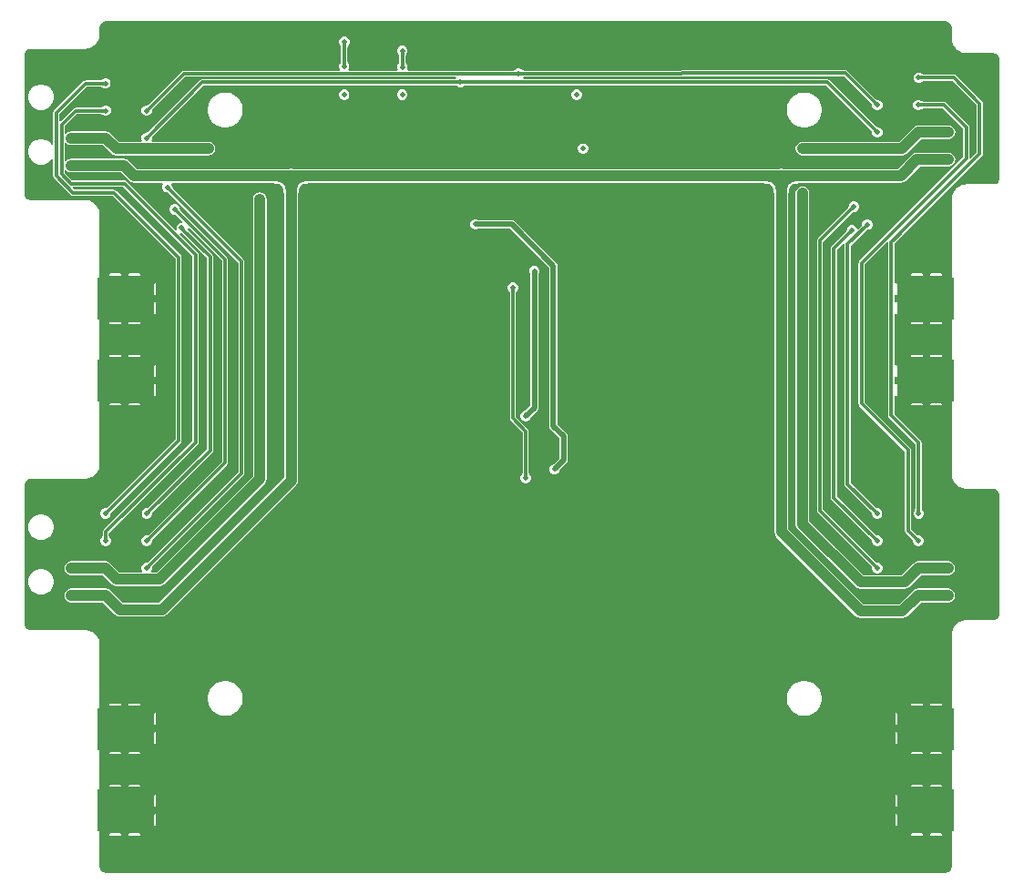
<source format=gbl>
G04*
G04 #@! TF.GenerationSoftware,Altium Limited,Altium Designer,21.0.9 (235)*
G04*
G04 Layer_Physical_Order=4*
G04 Layer_Color=16711680*
%FSLAX43Y43*%
%MOMM*%
G71*
G04*
G04 #@! TF.SameCoordinates,9209314D-A4D9-4316-9161-A8B31A9F7C09*
G04*
G04*
G04 #@! TF.FilePolarity,Positive*
G04*
G01*
G75*
%ADD46R,5.080X4.000*%
%ADD48C,1.000*%
%ADD49C,0.300*%
%ADD50C,0.500*%
%ADD51C,0.500*%
%ADD52C,0.460*%
G36*
X114423Y79563D02*
X114530Y79519D01*
X114627Y79454D01*
X114710Y79371D01*
X114775Y79274D01*
X114819Y79167D01*
X114842Y79052D01*
Y78020D01*
X114844Y78010D01*
X114843Y78000D01*
X114847Y77902D01*
X114855Y77873D01*
Y77842D01*
X114893Y77650D01*
X114908Y77613D01*
X114916Y77574D01*
X114991Y77393D01*
X115014Y77359D01*
X115029Y77322D01*
X115138Y77159D01*
X115166Y77131D01*
X115189Y77097D01*
X115327Y76959D01*
X115361Y76936D01*
X115389Y76908D01*
X115552Y76799D01*
X115589Y76784D01*
X115623Y76761D01*
X115804Y76686D01*
X115843Y76678D01*
X115880Y76663D01*
X116072Y76625D01*
X116103D01*
X116132Y76617D01*
X116230Y76613D01*
X116240Y76614D01*
X116250Y76612D01*
X118759D01*
X118874Y76589D01*
X118981Y76545D01*
X119078Y76480D01*
X119161Y76397D01*
X119226Y76300D01*
X119270Y76193D01*
X119293Y76078D01*
Y76020D01*
Y65020D01*
Y64962D01*
X119270Y64847D01*
X119226Y64740D01*
X119161Y64643D01*
X119078Y64560D01*
X118981Y64495D01*
X118874Y64451D01*
X118759Y64428D01*
X116250D01*
X116240Y64426D01*
X116230Y64427D01*
X116132Y64423D01*
X116103Y64415D01*
X116072D01*
X115880Y64377D01*
X115843Y64362D01*
X115804Y64354D01*
X115623Y64279D01*
X115589Y64256D01*
X115552Y64241D01*
X115389Y64132D01*
X115361Y64104D01*
X115327Y64081D01*
X115189Y63943D01*
X115166Y63909D01*
X115138Y63881D01*
X115029Y63718D01*
X115014Y63681D01*
X114991Y63647D01*
X114916Y63466D01*
X114908Y63427D01*
X114893Y63390D01*
X114855Y63198D01*
Y63167D01*
X114847Y63138D01*
X114843Y63040D01*
X114844Y63030D01*
X114842Y63020D01*
Y37500D01*
X114844Y37490D01*
X114843Y37480D01*
X114847Y37382D01*
X114855Y37353D01*
Y37322D01*
X114893Y37130D01*
X114908Y37093D01*
X114916Y37054D01*
X114991Y36873D01*
X115014Y36839D01*
X115029Y36802D01*
X115138Y36639D01*
X115166Y36611D01*
X115189Y36577D01*
X115327Y36439D01*
X115361Y36416D01*
X115389Y36388D01*
X115552Y36279D01*
X115589Y36264D01*
X115623Y36241D01*
X115804Y36166D01*
X115843Y36158D01*
X115880Y36143D01*
X116072Y36105D01*
X116103D01*
X116132Y36097D01*
X116230Y36093D01*
X116240Y36094D01*
X116250Y36092D01*
X118759D01*
X118874Y36069D01*
X118981Y36025D01*
X119078Y35960D01*
X119161Y35877D01*
X119226Y35780D01*
X119270Y35673D01*
X119293Y35558D01*
Y35500D01*
Y24500D01*
Y24442D01*
X119270Y24327D01*
X119226Y24219D01*
X119161Y24123D01*
X119078Y24040D01*
X118981Y23975D01*
X118874Y23931D01*
X118759Y23908D01*
X116250D01*
X116240Y23906D01*
X116230Y23907D01*
X116132Y23903D01*
X116103Y23895D01*
X116072D01*
X115880Y23857D01*
X115843Y23842D01*
X115804Y23834D01*
X115623Y23759D01*
X115589Y23736D01*
X115552Y23721D01*
X115389Y23612D01*
X115361Y23584D01*
X115327Y23561D01*
X115189Y23423D01*
X115166Y23389D01*
X115138Y23361D01*
X115029Y23198D01*
X115014Y23161D01*
X114991Y23127D01*
X114916Y22946D01*
X114908Y22907D01*
X114893Y22870D01*
X114855Y22678D01*
Y22647D01*
X114847Y22618D01*
X114843Y22520D01*
X114844Y22510D01*
X114842Y22500D01*
Y994D01*
Y936D01*
X114819Y821D01*
X114775Y713D01*
X114710Y616D01*
X114627Y534D01*
X114531Y469D01*
X114423Y425D01*
X114308Y402D01*
X36192D01*
X36077Y425D01*
X35970Y469D01*
X35873Y534D01*
X35790Y616D01*
X35725Y713D01*
X35681Y821D01*
X35658Y936D01*
Y994D01*
Y21570D01*
X35656Y21580D01*
X35657Y21590D01*
X35653Y21688D01*
X35645Y21718D01*
Y21748D01*
X35607Y21940D01*
X35592Y21977D01*
X35584Y22017D01*
X35509Y22198D01*
X35486Y22231D01*
X35471Y22268D01*
X35362Y22431D01*
X35334Y22460D01*
X35311Y22493D01*
X35173Y22632D01*
X35139Y22654D01*
X35111Y22682D01*
X34948Y22791D01*
X34911Y22807D01*
X34877Y22829D01*
X34696Y22904D01*
X34657Y22912D01*
X34620Y22927D01*
X34428Y22965D01*
X34397D01*
X34368Y22973D01*
X34270Y22978D01*
X34260Y22976D01*
X34250Y22978D01*
X29192D01*
X29077Y23001D01*
X28969Y23046D01*
X28873Y23110D01*
X28790Y23193D01*
X28725Y23290D01*
X28681Y23398D01*
X28658Y23512D01*
Y23570D01*
Y36430D01*
Y36488D01*
X28681Y36602D01*
X28725Y36710D01*
X28790Y36807D01*
X28873Y36890D01*
X28969Y36954D01*
X29077Y36999D01*
X29192Y37022D01*
X34250D01*
X34260Y37024D01*
X34270Y37022D01*
X34368Y37027D01*
X34397Y37035D01*
X34428D01*
X34620Y37073D01*
X34657Y37088D01*
X34696Y37096D01*
X34877Y37171D01*
X34911Y37193D01*
X34948Y37209D01*
X35111Y37318D01*
X35139Y37346D01*
X35173Y37368D01*
X35311Y37507D01*
X35334Y37540D01*
X35362Y37569D01*
X35471Y37732D01*
X35486Y37769D01*
X35509Y37802D01*
X35584Y37983D01*
X35592Y38023D01*
X35607Y38060D01*
X35645Y38252D01*
Y38282D01*
X35653Y38312D01*
X35657Y38410D01*
X35656Y38420D01*
X35658Y38430D01*
Y61570D01*
X35656Y61580D01*
X35657Y61590D01*
X35653Y61688D01*
X35645Y61718D01*
Y61748D01*
X35607Y61940D01*
X35592Y61977D01*
X35584Y62017D01*
X35509Y62198D01*
X35486Y62231D01*
X35471Y62268D01*
X35362Y62431D01*
X35334Y62460D01*
X35311Y62493D01*
X35173Y62632D01*
X35139Y62654D01*
X35111Y62682D01*
X34948Y62791D01*
X34911Y62807D01*
X34877Y62829D01*
X34696Y62904D01*
X34657Y62912D01*
X34620Y62927D01*
X34428Y62965D01*
X34397D01*
X34368Y62973D01*
X34270Y62978D01*
X34260Y62976D01*
X34250Y62978D01*
X29192D01*
X29077Y63001D01*
X28969Y63046D01*
X28873Y63110D01*
X28790Y63193D01*
X28725Y63290D01*
X28681Y63398D01*
X28658Y63512D01*
Y63570D01*
Y76430D01*
Y76488D01*
X28681Y76602D01*
X28725Y76710D01*
X28790Y76807D01*
X28873Y76890D01*
X28969Y76954D01*
X29077Y76999D01*
X29192Y77022D01*
X34250D01*
X34260Y77024D01*
X34270Y77022D01*
X34368Y77027D01*
X34397Y77035D01*
X34428D01*
X34620Y77073D01*
X34657Y77088D01*
X34696Y77096D01*
X34877Y77171D01*
X34911Y77193D01*
X34948Y77209D01*
X35111Y77318D01*
X35139Y77346D01*
X35173Y77368D01*
X35311Y77507D01*
X35334Y77540D01*
X35362Y77569D01*
X35471Y77732D01*
X35486Y77769D01*
X35509Y77802D01*
X35584Y77983D01*
X35592Y78023D01*
X35607Y78060D01*
X35645Y78252D01*
Y78282D01*
X35653Y78312D01*
X35657Y78410D01*
X35656Y78420D01*
X35658Y78430D01*
Y79052D01*
X35681Y79167D01*
X35725Y79274D01*
X35790Y79371D01*
X35873Y79454D01*
X35970Y79519D01*
X36077Y79563D01*
X36192Y79586D01*
X114308D01*
X114423Y79563D01*
D02*
G37*
%LPC*%
G36*
X58494Y78139D02*
X58301D01*
X58124Y78066D01*
X57987Y77929D01*
X57914Y77752D01*
Y77559D01*
X57987Y77381D01*
X58025Y77344D01*
X58026Y77337D01*
X58028Y77313D01*
X58035Y77298D01*
X58039Y77282D01*
X58053Y77263D01*
X58063Y77241D01*
X58075Y77231D01*
X58085Y77217D01*
X58093Y77212D01*
Y75857D01*
X58084Y75851D01*
X58083Y75850D01*
X58081Y75848D01*
X58060Y75817D01*
X58038Y75786D01*
X58038Y75784D01*
X58037Y75782D01*
X58029Y75745D01*
X58025Y75726D01*
X57965Y75666D01*
X57891Y75488D01*
Y75296D01*
X57965Y75118D01*
X57983Y75100D01*
X57934Y74982D01*
X43465D01*
X43465Y74982D01*
X43357Y74961D01*
X43265Y74900D01*
X43265Y74900D01*
X40164Y71799D01*
X40154Y71801D01*
X40152Y71800D01*
X40150Y71801D01*
X40112Y71793D01*
X40075Y71787D01*
X40074Y71786D01*
X40072Y71785D01*
X40040Y71764D01*
X40024Y71754D01*
X39939D01*
X39761Y71680D01*
X39624Y71544D01*
X39551Y71366D01*
Y71174D01*
X39624Y70996D01*
X39761Y70860D01*
X39939Y70786D01*
X40131D01*
X40309Y70860D01*
X40445Y70996D01*
X40519Y71174D01*
Y71260D01*
X40528Y71274D01*
X40550Y71307D01*
X40550Y71307D01*
X40550Y71308D01*
X40558Y71346D01*
X40566Y71385D01*
X40566Y71385D01*
X40566Y71386D01*
X40563Y71399D01*
X43582Y74418D01*
X68703D01*
X68803Y74291D01*
X68799Y74270D01*
X68796Y74263D01*
X68764Y74241D01*
X68731Y74219D01*
X68731Y74219D01*
X68730Y74219D01*
X68723Y74207D01*
X45215D01*
X45215Y74207D01*
X45106Y74186D01*
X45015Y74125D01*
X40149Y69259D01*
X40138Y69261D01*
X40136Y69260D01*
X40134Y69261D01*
X40097Y69253D01*
X40060Y69247D01*
X40058Y69246D01*
X40056Y69245D01*
X40025Y69224D01*
X40009Y69214D01*
X39923D01*
X39745Y69140D01*
X39609Y69004D01*
X39536Y68826D01*
Y68634D01*
X39588Y68508D01*
X39518Y68381D01*
X37474D01*
X36673Y69182D01*
X36465Y69321D01*
X36221Y69369D01*
X33010D01*
X32765Y69321D01*
X32558Y69182D01*
X32528Y69137D01*
X32401Y69175D01*
Y69851D01*
X33537Y70988D01*
X35747D01*
X35753Y70979D01*
X35754Y70978D01*
X35756Y70976D01*
X35787Y70955D01*
X35818Y70933D01*
X35820Y70933D01*
X35822Y70932D01*
X35859Y70924D01*
X35878Y70920D01*
X35938Y70860D01*
X36116Y70786D01*
X36308D01*
X36486Y70860D01*
X36622Y70996D01*
X36696Y71174D01*
Y71366D01*
X36622Y71544D01*
X36486Y71680D01*
X36308Y71754D01*
X36116D01*
X35938Y71680D01*
X35877Y71619D01*
X35861Y71616D01*
X35822Y71608D01*
X35821Y71608D01*
X35821Y71608D01*
X35788Y71586D01*
X35756Y71564D01*
X35755Y71564D01*
X35755Y71564D01*
X35748Y71552D01*
X33420D01*
X33420Y71552D01*
X33312Y71531D01*
X33220Y71470D01*
X33220Y71470D01*
X32034Y70284D01*
X31907Y70336D01*
Y70983D01*
X34452Y73528D01*
X35719D01*
X35725Y73519D01*
X35727Y73518D01*
X35728Y73516D01*
X35759Y73495D01*
X35790Y73473D01*
X35792Y73473D01*
X35794Y73472D01*
X35831Y73464D01*
X35850Y73460D01*
X35910Y73400D01*
X36088Y73326D01*
X36281D01*
X36458Y73400D01*
X36595Y73536D01*
X36668Y73714D01*
Y73906D01*
X36595Y74084D01*
X36458Y74220D01*
X36281Y74294D01*
X36088D01*
X35910Y74220D01*
X35849Y74159D01*
X35833Y74156D01*
X35794Y74148D01*
X35794Y74148D01*
X35793Y74148D01*
X35761Y74126D01*
X35728Y74104D01*
X35728Y74104D01*
X35727Y74104D01*
X35720Y74092D01*
X34335D01*
X34227Y74071D01*
X34135Y74010D01*
X34135Y74010D01*
X31425Y71300D01*
X31364Y71208D01*
X31343Y71100D01*
X31343Y71100D01*
Y68106D01*
X31216Y68072D01*
X31149Y68188D01*
X30928Y68408D01*
X30658Y68564D01*
X30357Y68645D01*
X30045D01*
X29743Y68564D01*
X29473Y68408D01*
X29253Y68188D01*
X29097Y67917D01*
X29016Y67616D01*
Y67304D01*
X29097Y67003D01*
X29253Y66732D01*
X29473Y66512D01*
X29743Y66356D01*
X30045Y66275D01*
X30357D01*
X30658Y66356D01*
X30928Y66512D01*
X31149Y66732D01*
X31216Y66848D01*
X31343Y66814D01*
Y65230D01*
X31343Y65230D01*
X31364Y65122D01*
X31425Y65030D01*
X33005Y63450D01*
X33097Y63389D01*
X33205Y63368D01*
X36858D01*
X42718Y57508D01*
Y40743D01*
X36313Y34339D01*
X36303Y34341D01*
X36301Y34340D01*
X36299Y34341D01*
X36262Y34333D01*
X36225Y34327D01*
X36223Y34326D01*
X36221Y34325D01*
X36190Y34304D01*
X36174Y34294D01*
X36088D01*
X35910Y34220D01*
X35774Y34084D01*
X35700Y33906D01*
Y33714D01*
X35774Y33536D01*
X35910Y33400D01*
X36088Y33326D01*
X36281D01*
X36458Y33400D01*
X36595Y33536D01*
X36668Y33714D01*
Y33800D01*
X36678Y33814D01*
X36700Y33847D01*
X36700Y33847D01*
X36700Y33848D01*
X36708Y33886D01*
X36715Y33925D01*
X36715Y33925D01*
X36715Y33926D01*
X36713Y33939D01*
X43200Y40426D01*
X43200Y40426D01*
X43261Y40518D01*
X43282Y40626D01*
Y57625D01*
X43282Y57625D01*
X43261Y57733D01*
X43200Y57825D01*
X43200Y57825D01*
X37175Y63850D01*
X37083Y63911D01*
X36975Y63932D01*
X36975Y63932D01*
X33322D01*
X33154Y64100D01*
X33202Y64218D01*
X37844D01*
X44282Y57780D01*
Y40557D01*
X36012Y32287D01*
X35951Y32195D01*
X35930Y32087D01*
X35930Y32087D01*
Y31735D01*
X35921Y31729D01*
X35920Y31728D01*
X35918Y31727D01*
X35897Y31695D01*
X35875Y31664D01*
X35875Y31662D01*
X35874Y31660D01*
X35866Y31623D01*
X35862Y31605D01*
X35802Y31544D01*
X35728Y31366D01*
Y31174D01*
X35802Y30996D01*
X35938Y30860D01*
X36116Y30786D01*
X36308D01*
X36486Y30860D01*
X36622Y30996D01*
X36696Y31174D01*
Y31366D01*
X36622Y31544D01*
X36562Y31605D01*
X36558Y31622D01*
X36551Y31660D01*
X36550Y31661D01*
X36550Y31661D01*
X36528Y31694D01*
X36506Y31727D01*
X36506Y31727D01*
X36506Y31727D01*
X36495Y31735D01*
Y31970D01*
X44764Y40240D01*
X44825Y40331D01*
X44847Y40440D01*
X44847Y40440D01*
Y57897D01*
X44825Y58005D01*
X44764Y58097D01*
X44764Y58097D01*
X43081Y59780D01*
X43146Y59878D01*
X43268Y59867D01*
X43293Y59848D01*
X43298Y59847D01*
X43302Y59845D01*
X43337Y59838D01*
X43371Y59829D01*
X43375Y59830D01*
X43380Y59829D01*
X43394Y59832D01*
X45643Y57583D01*
Y39808D01*
X40173Y34339D01*
X40163Y34341D01*
X40161Y34340D01*
X40159Y34341D01*
X40122Y34333D01*
X40085Y34327D01*
X40083Y34326D01*
X40081Y34325D01*
X40050Y34304D01*
X40034Y34294D01*
X39948D01*
X39770Y34220D01*
X39634Y34084D01*
X39560Y33906D01*
Y33714D01*
X39634Y33536D01*
X39770Y33400D01*
X39948Y33326D01*
X40141D01*
X40318Y33400D01*
X40455Y33536D01*
X40528Y33714D01*
Y33800D01*
X40538Y33814D01*
X40560Y33847D01*
X40560Y33847D01*
X40560Y33848D01*
X40568Y33886D01*
X40575Y33925D01*
X40575Y33925D01*
X40575Y33926D01*
X40572Y33939D01*
X46125Y39491D01*
X46125Y39491D01*
X46186Y39583D01*
X46207Y39691D01*
X46207Y39691D01*
Y57700D01*
X46186Y57808D01*
X46125Y57900D01*
X43804Y60221D01*
X43805Y60227D01*
X43805Y60231D01*
X43805Y60235D01*
X43799Y60270D01*
X43793Y60305D01*
X43806Y60345D01*
X43807Y60348D01*
X43955Y60377D01*
X43959Y60376D01*
X47018Y57317D01*
Y38652D01*
X40164Y31799D01*
X40154Y31801D01*
X40152Y31800D01*
X40150Y31801D01*
X40112Y31793D01*
X40075Y31787D01*
X40074Y31786D01*
X40072Y31785D01*
X40040Y31764D01*
X40024Y31754D01*
X39939D01*
X39761Y31680D01*
X39624Y31544D01*
X39551Y31366D01*
Y31174D01*
X39624Y30996D01*
X39761Y30860D01*
X39939Y30786D01*
X40131D01*
X40309Y30860D01*
X40445Y30996D01*
X40519Y31174D01*
Y31260D01*
X40528Y31274D01*
X40550Y31307D01*
X40550Y31307D01*
X40550Y31308D01*
X40558Y31346D01*
X40566Y31385D01*
X40566Y31385D01*
X40566Y31386D01*
X40563Y31399D01*
X47500Y38335D01*
X47561Y38427D01*
X47582Y38535D01*
X47582Y38535D01*
Y57434D01*
X47561Y57542D01*
X47500Y57634D01*
X47500Y57634D01*
X43154Y61980D01*
X43156Y61990D01*
X43155Y61992D01*
X43156Y61994D01*
X43148Y62031D01*
X43142Y62068D01*
X43141Y62070D01*
X43140Y62072D01*
X43119Y62104D01*
X43109Y62120D01*
Y62205D01*
X43035Y62383D01*
X42899Y62519D01*
X42721Y62593D01*
X42529D01*
X42351Y62519D01*
X42215Y62383D01*
X42141Y62205D01*
Y62013D01*
X42215Y61835D01*
X42351Y61699D01*
X42529Y61625D01*
X42615D01*
X42629Y61615D01*
X42662Y61594D01*
X42662Y61594D01*
X42663Y61593D01*
X42701Y61586D01*
X42740Y61578D01*
X42740Y61578D01*
X42741Y61578D01*
X42754Y61581D01*
X43363Y60972D01*
X43310Y60845D01*
X43179D01*
X43001Y60771D01*
X42865Y60635D01*
X42791Y60457D01*
Y60264D01*
X42802Y60238D01*
X42695Y60166D01*
X38161Y64700D01*
X38069Y64761D01*
X37961Y64782D01*
X37961Y64782D01*
X33108D01*
X32401Y65490D01*
Y65745D01*
X32528Y65783D01*
X32558Y65738D01*
X32765Y65599D01*
X33010Y65551D01*
X37620D01*
X38423Y64748D01*
X38630Y64609D01*
X38875Y64561D01*
X38875Y64561D01*
X41488D01*
X41541Y64434D01*
X41528Y64422D01*
X41455Y64244D01*
Y64051D01*
X41528Y63873D01*
X41665Y63737D01*
X41842Y63663D01*
X41928D01*
X41943Y63654D01*
X41976Y63632D01*
X41976Y63632D01*
X41976Y63632D01*
X42015Y63624D01*
X42054Y63616D01*
X42054Y63617D01*
X42054Y63616D01*
X42068Y63619D01*
X48550Y57137D01*
Y37659D01*
X40149Y29259D01*
X40138Y29261D01*
X40136Y29260D01*
X40134Y29261D01*
X40097Y29253D01*
X40060Y29247D01*
X40058Y29246D01*
X40056Y29245D01*
X40025Y29224D01*
X40009Y29214D01*
X39923D01*
X39745Y29140D01*
X39609Y29004D01*
X39536Y28826D01*
Y28634D01*
X39605Y28466D01*
X39560Y28339D01*
X37515D01*
X36673Y29182D01*
X36465Y29321D01*
X36221Y29369D01*
X33010D01*
X32765Y29321D01*
X32558Y29182D01*
X32419Y28975D01*
X32371Y28730D01*
X32419Y28485D01*
X32558Y28278D01*
X32765Y28139D01*
X33010Y28091D01*
X35956D01*
X36799Y27248D01*
X37006Y27109D01*
X37251Y27061D01*
X41200D01*
X41445Y27109D01*
X41652Y27248D01*
X51002Y36598D01*
X51141Y36805D01*
X51189Y37050D01*
Y62256D01*
Y63050D01*
X51141Y63295D01*
X51002Y63502D01*
X50795Y63641D01*
X50550Y63689D01*
X50305Y63641D01*
X50098Y63502D01*
X49959Y63295D01*
X49911Y63050D01*
Y62256D01*
Y37315D01*
X40935Y28339D01*
X40479D01*
X40434Y28466D01*
X40504Y28634D01*
Y28720D01*
X40513Y28734D01*
X40535Y28767D01*
X40535Y28767D01*
X40535Y28768D01*
X40543Y28806D01*
X40550Y28845D01*
X40550Y28845D01*
X40550Y28846D01*
X40548Y28859D01*
X49032Y37343D01*
X49093Y37434D01*
X49114Y37542D01*
X49114Y37542D01*
Y57254D01*
X49114Y57254D01*
X49093Y57362D01*
X49032Y57454D01*
X49032Y57454D01*
X42467Y64018D01*
X42470Y64029D01*
X42469Y64031D01*
X42470Y64033D01*
X42462Y64070D01*
X42456Y64107D01*
X42454Y64109D01*
X42454Y64111D01*
X42433Y64142D01*
X42423Y64158D01*
Y64244D01*
X42349Y64422D01*
X42337Y64434D01*
X42389Y64561D01*
X51802D01*
X51819Y64548D01*
X51837Y64531D01*
X51850Y64525D01*
X51862Y64516D01*
X51887Y64510D01*
X51910Y64500D01*
X51925Y64500D01*
X51939Y64496D01*
X52117Y64487D01*
X52260Y64462D01*
X52379Y64422D01*
X52476Y64370D01*
X52555Y64305D01*
X52620Y64226D01*
X52672Y64129D01*
X52712Y64010D01*
X52737Y63867D01*
X52746Y63689D01*
X52755Y63656D01*
X52762Y63622D01*
X52765Y63617D01*
X52766Y63612D01*
X52787Y63585D01*
X52806Y63556D01*
X52810Y63553D01*
X52811Y63552D01*
Y37165D01*
X41160Y25514D01*
X37815D01*
X36687Y26642D01*
X36480Y26781D01*
X36235Y26829D01*
X33010D01*
X32765Y26781D01*
X32558Y26642D01*
X32419Y26435D01*
X32371Y26190D01*
X32419Y25945D01*
X32558Y25738D01*
X32765Y25599D01*
X33010Y25551D01*
X35970D01*
X37098Y24423D01*
X37305Y24284D01*
X37550Y24236D01*
X41425D01*
X41670Y24284D01*
X41877Y24423D01*
X53902Y36448D01*
X54041Y36655D01*
X54089Y36900D01*
Y63552D01*
X54090Y63553D01*
X54094Y63556D01*
X54113Y63584D01*
X54134Y63612D01*
X54135Y63617D01*
X54138Y63622D01*
X54145Y63656D01*
X54154Y63689D01*
X54163Y63867D01*
X54188Y64010D01*
X54228Y64129D01*
X54280Y64226D01*
X54345Y64305D01*
X54424Y64370D01*
X54521Y64422D01*
X54640Y64462D01*
X54783Y64487D01*
X54961Y64496D01*
X54975Y64500D01*
X54990Y64500D01*
X55013Y64510D01*
X55038Y64516D01*
X55050Y64525D01*
X55063Y64531D01*
X55081Y64548D01*
X55098Y64561D01*
X65683D01*
X65700Y64564D01*
X65716Y64561D01*
X97359D01*
X97376Y64548D01*
X97394Y64531D01*
X97407Y64525D01*
X97419Y64516D01*
X97444Y64510D01*
X97467Y64500D01*
X97482Y64500D01*
X97496Y64496D01*
X97674Y64487D01*
X97817Y64462D01*
X97936Y64422D01*
X98033Y64370D01*
X98112Y64305D01*
X98177Y64226D01*
X98229Y64129D01*
X98269Y64010D01*
X98294Y63867D01*
X98303Y63689D01*
X98312Y63656D01*
X98319Y63622D01*
X98322Y63617D01*
X98323Y63612D01*
X98344Y63585D01*
X98363Y63556D01*
X98367Y63553D01*
X98368Y63552D01*
X98368Y32093D01*
X98416Y31848D01*
X98555Y31641D01*
X105923Y24273D01*
X106130Y24134D01*
X106375Y24086D01*
X110251D01*
X110495Y24134D01*
X110703Y24273D01*
X111981Y25551D01*
X114517D01*
X114762Y25599D01*
X114969Y25738D01*
X115108Y25945D01*
X115156Y26190D01*
X115108Y26435D01*
X114969Y26642D01*
X114762Y26781D01*
X114517Y26829D01*
X111716D01*
X111471Y26781D01*
X111264Y26642D01*
X109986Y25364D01*
X106640D01*
X99646Y32358D01*
X99646Y63552D01*
X99647Y63553D01*
X99651Y63556D01*
X99670Y63584D01*
X99691Y63612D01*
X99692Y63617D01*
X99695Y63622D01*
X99702Y63656D01*
X99711Y63689D01*
X99720Y63867D01*
X99745Y64010D01*
X99785Y64129D01*
X99837Y64226D01*
X99902Y64305D01*
X99981Y64370D01*
X100078Y64422D01*
X100197Y64462D01*
X100340Y64487D01*
X100518Y64496D01*
X100532Y64500D01*
X100547Y64500D01*
X100570Y64510D01*
X100595Y64516D01*
X100607Y64525D01*
X100620Y64531D01*
X100638Y64548D01*
X100655Y64561D01*
X110088D01*
X110332Y64609D01*
X110540Y64748D01*
X111863Y66071D01*
X114530D01*
X114774Y66119D01*
X114982Y66258D01*
X115120Y66465D01*
X115169Y66710D01*
X115120Y66955D01*
X114982Y67162D01*
X114774Y67301D01*
X114530Y67349D01*
X111598D01*
X111353Y67301D01*
X111146Y67162D01*
X109823Y65839D01*
X99166D01*
X99120Y65870D01*
X99084Y65885D01*
X99047Y65900D01*
X99047D01*
X99047Y65900D01*
X99008Y65900D01*
X98967Y65900D01*
X98967Y65900D01*
X98967D01*
X98931Y65885D01*
X98894Y65870D01*
X98848Y65839D01*
X65783D01*
X65700Y65856D01*
X65616Y65839D01*
X53609D01*
X53563Y65870D01*
X53527Y65885D01*
X53490Y65900D01*
X53490D01*
X53490Y65900D01*
X53451Y65900D01*
X53410Y65900D01*
X53410Y65900D01*
X53410D01*
X53374Y65885D01*
X53337Y65870D01*
X53291Y65839D01*
X39140D01*
X38337Y66642D01*
X38130Y66781D01*
X37885Y66829D01*
X33010D01*
X32765Y66781D01*
X32558Y66642D01*
X32528Y66597D01*
X32401Y66635D01*
Y68285D01*
X32528Y68323D01*
X32558Y68278D01*
X32765Y68139D01*
X33010Y68091D01*
X35956D01*
X36757Y67290D01*
X36964Y67151D01*
X37209Y67102D01*
X45746D01*
X45990Y67151D01*
X46198Y67290D01*
X46336Y67497D01*
X46385Y67742D01*
X46336Y67986D01*
X46198Y68194D01*
X45990Y68332D01*
X45746Y68381D01*
X40521D01*
X40451Y68508D01*
X40504Y68634D01*
Y68720D01*
X40513Y68734D01*
X40535Y68767D01*
X40535Y68767D01*
X40535Y68768D01*
X40543Y68806D01*
X40550Y68845D01*
X40550Y68845D01*
X40550Y68846D01*
X40548Y68859D01*
X45332Y73643D01*
X68722D01*
X68728Y73634D01*
X68730Y73632D01*
X68731Y73631D01*
X68762Y73610D01*
X68793Y73588D01*
X68795Y73588D01*
X68797Y73587D01*
X68834Y73579D01*
X68853Y73575D01*
X68913Y73515D01*
X69091Y73441D01*
X69284D01*
X69462Y73515D01*
X69522Y73576D01*
X69539Y73579D01*
X69578Y73587D01*
X69578Y73587D01*
X69579Y73587D01*
X69611Y73609D01*
X69644Y73631D01*
X69644Y73631D01*
X69645Y73631D01*
X69652Y73643D01*
X103139D01*
X107403Y69379D01*
X107400Y69369D01*
X107401Y69367D01*
X107400Y69365D01*
X107408Y69328D01*
X107414Y69290D01*
X107416Y69289D01*
X107416Y69287D01*
X107437Y69255D01*
X107447Y69239D01*
Y69154D01*
X107521Y68976D01*
X107657Y68840D01*
X107835Y68766D01*
X108028D01*
X108205Y68840D01*
X108342Y68976D01*
X108415Y69154D01*
Y69346D01*
X108342Y69524D01*
X108205Y69660D01*
X108028Y69734D01*
X107942D01*
X107927Y69744D01*
X107895Y69765D01*
X107894Y69765D01*
X107894Y69766D01*
X107855Y69773D01*
X107816Y69781D01*
X107816Y69781D01*
X107816Y69781D01*
X107803Y69778D01*
X103456Y74125D01*
X103364Y74186D01*
X103256Y74207D01*
X103256Y74207D01*
X75043D01*
X74964Y74334D01*
X74982Y74372D01*
X74985Y74377D01*
X75018Y74399D01*
X75050Y74421D01*
X75051Y74421D01*
X75051Y74421D01*
X75058Y74433D01*
X89753D01*
X89753Y74433D01*
X89861Y74454D01*
X89918Y74493D01*
X104814D01*
X107387Y71919D01*
X107385Y71909D01*
X107386Y71907D01*
X107385Y71905D01*
X107393Y71868D01*
X107399Y71830D01*
X107400Y71829D01*
X107401Y71827D01*
X107422Y71795D01*
X107432Y71779D01*
Y71694D01*
X107506Y71516D01*
X107642Y71380D01*
X107820Y71306D01*
X108012D01*
X108190Y71380D01*
X108326Y71516D01*
X108400Y71694D01*
Y71886D01*
X108326Y72064D01*
X108190Y72200D01*
X108012Y72274D01*
X107926D01*
X107912Y72284D01*
X107879Y72305D01*
X107879Y72305D01*
X107878Y72306D01*
X107840Y72313D01*
X107801Y72321D01*
X107801Y72321D01*
X107800Y72321D01*
X107787Y72318D01*
X105131Y74975D01*
X105039Y75036D01*
X104931Y75057D01*
X104931Y75057D01*
X89813D01*
X89813Y75057D01*
X89705Y75036D01*
X89647Y74997D01*
X75059D01*
X75053Y75006D01*
X75051Y75007D01*
X75050Y75009D01*
X75019Y75030D01*
X74988Y75052D01*
X74986Y75052D01*
X74984Y75053D01*
X74947Y75061D01*
X74928Y75065D01*
X74868Y75125D01*
X74690Y75199D01*
X74497D01*
X74320Y75125D01*
X74246Y75051D01*
X74222Y75044D01*
X74190Y75038D01*
X74184Y75033D01*
X74176Y75031D01*
X74151Y75011D01*
X74125Y74993D01*
X74120Y74986D01*
X74115Y74982D01*
X64281D01*
X64214Y75109D01*
X64268Y75239D01*
Y75431D01*
X64194Y75609D01*
X64133Y75670D01*
X64130Y75687D01*
X64122Y75726D01*
X64122Y75726D01*
X64122Y75726D01*
X64100Y75759D01*
X64078Y75792D01*
X64077Y75792D01*
X64077Y75792D01*
X64066Y75800D01*
Y76360D01*
X64075Y76366D01*
X64076Y76367D01*
X64078Y76368D01*
X64099Y76400D01*
X64120Y76431D01*
X64121Y76433D01*
X64122Y76435D01*
X64129Y76472D01*
X64133Y76490D01*
X64194Y76551D01*
X64268Y76729D01*
Y76921D01*
X64194Y77099D01*
X64058Y77235D01*
X63880Y77309D01*
X63687D01*
X63509Y77235D01*
X63373Y77099D01*
X63300Y76921D01*
Y76729D01*
X63373Y76551D01*
X63434Y76490D01*
X63437Y76473D01*
X63445Y76435D01*
X63445Y76434D01*
X63446Y76434D01*
X63467Y76401D01*
X63489Y76368D01*
X63490Y76368D01*
X63490Y76368D01*
X63501Y76360D01*
Y75800D01*
X63492Y75795D01*
X63491Y75793D01*
X63489Y75792D01*
X63468Y75760D01*
X63447Y75729D01*
X63446Y75727D01*
X63445Y75726D01*
X63438Y75688D01*
X63434Y75670D01*
X63373Y75609D01*
X63300Y75431D01*
Y75239D01*
X63353Y75109D01*
X63286Y74982D01*
X58816D01*
X58767Y75100D01*
X58785Y75118D01*
X58859Y75296D01*
Y75488D01*
X58785Y75666D01*
X58724Y75727D01*
X58721Y75743D01*
X58713Y75782D01*
X58713Y75783D01*
X58713Y75783D01*
X58691Y75816D01*
X58669Y75848D01*
X58669Y75849D01*
X58669Y75849D01*
X58657Y75856D01*
Y77173D01*
X58666Y77178D01*
X58683Y77202D01*
X58702Y77224D01*
X58705Y77234D01*
X58712Y77244D01*
X58718Y77272D01*
X58727Y77299D01*
X58727Y77300D01*
X58808Y77381D01*
X58882Y77559D01*
Y77752D01*
X58808Y77929D01*
X58672Y78066D01*
X58494Y78139D01*
D02*
G37*
G36*
X80094Y73259D02*
X79901D01*
X79723Y73185D01*
X79587Y73049D01*
X79513Y72871D01*
Y72679D01*
X79587Y72501D01*
X79723Y72365D01*
X79901Y72291D01*
X80094D01*
X80272Y72365D01*
X80408Y72501D01*
X80481Y72679D01*
Y72871D01*
X80408Y73049D01*
X80272Y73185D01*
X80094Y73259D01*
D02*
G37*
G36*
X63878D02*
X63685D01*
X63507Y73185D01*
X63371Y73049D01*
X63297Y72871D01*
Y72679D01*
X63371Y72501D01*
X63507Y72365D01*
X63685Y72291D01*
X63878D01*
X64055Y72365D01*
X64192Y72501D01*
X64265Y72679D01*
Y72871D01*
X64192Y73049D01*
X64055Y73185D01*
X63878Y73259D01*
D02*
G37*
G36*
X58471D02*
X58279D01*
X58101Y73185D01*
X57965Y73049D01*
X57891Y72871D01*
Y72679D01*
X57965Y72501D01*
X58101Y72365D01*
X58279Y72291D01*
X58471D01*
X58649Y72365D01*
X58785Y72501D01*
X58859Y72679D01*
Y72871D01*
X58785Y73049D01*
X58649Y73185D01*
X58471Y73259D01*
D02*
G37*
G36*
X30357Y73725D02*
X30045D01*
X29743Y73644D01*
X29473Y73488D01*
X29253Y73268D01*
X29097Y72997D01*
X29016Y72696D01*
Y72384D01*
X29097Y72083D01*
X29253Y71812D01*
X29473Y71592D01*
X29743Y71436D01*
X30045Y71355D01*
X30357D01*
X30658Y71436D01*
X30928Y71592D01*
X31149Y71812D01*
X31305Y72083D01*
X31386Y72384D01*
Y72696D01*
X31305Y72997D01*
X31149Y73268D01*
X30928Y73488D01*
X30658Y73644D01*
X30357Y73725D01*
D02*
G37*
G36*
X101285Y72970D02*
X100965D01*
X100652Y72908D01*
X100358Y72786D01*
X100092Y72608D01*
X99867Y72383D01*
X99689Y72117D01*
X99567Y71823D01*
X99505Y71510D01*
Y71190D01*
X99567Y70877D01*
X99689Y70583D01*
X99867Y70317D01*
X100092Y70092D01*
X100358Y69914D01*
X100652Y69792D01*
X100965Y69730D01*
X101285D01*
X101598Y69792D01*
X101892Y69914D01*
X102158Y70092D01*
X102383Y70317D01*
X102561Y70583D01*
X102683Y70877D01*
X102745Y71190D01*
Y71510D01*
X102683Y71823D01*
X102561Y72117D01*
X102383Y72383D01*
X102158Y72608D01*
X101892Y72786D01*
X101598Y72908D01*
X101285Y72970D01*
D02*
G37*
G36*
X47485D02*
X47165D01*
X46852Y72908D01*
X46558Y72786D01*
X46292Y72608D01*
X46067Y72383D01*
X45889Y72117D01*
X45767Y71823D01*
X45705Y71510D01*
Y71190D01*
X45767Y70877D01*
X45889Y70583D01*
X46067Y70317D01*
X46292Y70092D01*
X46558Y69914D01*
X46852Y69792D01*
X47165Y69730D01*
X47485D01*
X47798Y69792D01*
X48092Y69914D01*
X48358Y70092D01*
X48583Y70317D01*
X48761Y70583D01*
X48883Y70877D01*
X48945Y71190D01*
Y71510D01*
X48883Y71823D01*
X48761Y72117D01*
X48583Y72383D01*
X48358Y72608D01*
X48092Y72786D01*
X47798Y72908D01*
X47485Y72970D01*
D02*
G37*
G36*
X80661Y68226D02*
X80468D01*
X80291Y68152D01*
X80154Y68016D01*
X80081Y67838D01*
Y67645D01*
X80154Y67468D01*
X80291Y67331D01*
X80468Y67258D01*
X80661D01*
X80839Y67331D01*
X80975Y67468D01*
X81049Y67645D01*
Y67838D01*
X80975Y68016D01*
X80839Y68152D01*
X80661Y68226D01*
D02*
G37*
G36*
X114530Y69889D02*
X111730D01*
X111485Y69841D01*
X111278Y69702D01*
X109957Y68381D01*
X100975D01*
X100730Y68332D01*
X100523Y68194D01*
X100384Y67986D01*
X100336Y67742D01*
X100384Y67497D01*
X100523Y67290D01*
X100730Y67151D01*
X100975Y67102D01*
X110222D01*
X110467Y67151D01*
X110674Y67290D01*
X111995Y68611D01*
X114530D01*
X114774Y68659D01*
X114982Y68798D01*
X115120Y69005D01*
X115169Y69250D01*
X115120Y69495D01*
X114982Y69702D01*
X114774Y69841D01*
X114530Y69889D01*
D02*
G37*
G36*
X111863Y74814D02*
X111670D01*
X111492Y74740D01*
X111356Y74604D01*
X111282Y74426D01*
Y74234D01*
X111356Y74056D01*
X111492Y73920D01*
X111670Y73846D01*
X111863D01*
X112041Y73920D01*
X112101Y73981D01*
X112118Y73984D01*
X112157Y73992D01*
X112157Y73992D01*
X112158Y73992D01*
X112190Y74014D01*
X112223Y74036D01*
X112223Y74036D01*
X112224Y74036D01*
X112231Y74048D01*
X114953D01*
X117168Y71833D01*
Y67392D01*
X116606Y66830D01*
X116575Y66835D01*
X116482Y66886D01*
Y69725D01*
X116461Y69833D01*
X116400Y69925D01*
X114335Y71990D01*
X114243Y72051D01*
X114135Y72072D01*
X114135Y72072D01*
X112204D01*
X112198Y72081D01*
X112196Y72082D01*
X112195Y72084D01*
X112164Y72105D01*
X112133Y72127D01*
X112131Y72127D01*
X112129Y72128D01*
X112092Y72136D01*
X112073Y72140D01*
X112013Y72200D01*
X111835Y72274D01*
X111642D01*
X111464Y72200D01*
X111328Y72064D01*
X111255Y71886D01*
Y71694D01*
X111328Y71516D01*
X111464Y71380D01*
X111642Y71306D01*
X111835D01*
X112013Y71380D01*
X112074Y71441D01*
X112090Y71444D01*
X112129Y71452D01*
X112129Y71452D01*
X112130Y71452D01*
X112162Y71474D01*
X112195Y71496D01*
X112195Y71496D01*
X112196Y71496D01*
X112203Y71508D01*
X114018D01*
X115918Y69608D01*
Y66967D01*
X106258Y57308D01*
X106197Y57216D01*
X106176Y57108D01*
X106176Y57108D01*
Y44017D01*
X106176Y44017D01*
X106197Y43909D01*
X106258Y43817D01*
X110493Y39583D01*
Y32234D01*
X110493Y32234D01*
X110514Y32126D01*
X110575Y32034D01*
X111210Y31399D01*
X111208Y31389D01*
X111208Y31387D01*
X111208Y31385D01*
X111215Y31348D01*
X111222Y31310D01*
X111223Y31309D01*
X111223Y31307D01*
X111244Y31275D01*
X111255Y31259D01*
Y31174D01*
X111328Y30996D01*
X111464Y30860D01*
X111642Y30786D01*
X111835D01*
X112013Y30860D01*
X112149Y30996D01*
X112223Y31174D01*
Y31366D01*
X112149Y31544D01*
X112013Y31680D01*
X111835Y31754D01*
X111749D01*
X111734Y31764D01*
X111702Y31785D01*
X111701Y31785D01*
X111701Y31786D01*
X111662Y31793D01*
X111624Y31801D01*
X111623Y31801D01*
X111623Y31801D01*
X111610Y31798D01*
X111057Y32351D01*
Y39700D01*
X111057Y39700D01*
X111036Y39808D01*
X110975Y39900D01*
X106740Y44134D01*
Y56991D01*
X108819Y59070D01*
X108850Y59065D01*
X108943Y59014D01*
Y42925D01*
X108943Y42925D01*
X108964Y42817D01*
X109025Y42725D01*
X111484Y40267D01*
Y34275D01*
X111475Y34269D01*
X111474Y34268D01*
X111472Y34267D01*
X111451Y34235D01*
X111430Y34204D01*
X111429Y34202D01*
X111428Y34200D01*
X111421Y34163D01*
X111417Y34145D01*
X111356Y34084D01*
X111282Y33906D01*
Y33714D01*
X111356Y33536D01*
X111492Y33400D01*
X111670Y33326D01*
X111863D01*
X112041Y33400D01*
X112177Y33536D01*
X112250Y33714D01*
Y33906D01*
X112177Y34084D01*
X112116Y34145D01*
X112113Y34162D01*
X112105Y34200D01*
X112105Y34201D01*
X112105Y34201D01*
X112083Y34234D01*
X112061Y34267D01*
X112060Y34267D01*
X112060Y34267D01*
X112049Y34275D01*
Y40383D01*
X112049Y40384D01*
X112027Y40492D01*
X111966Y40583D01*
X109507Y43042D01*
Y44721D01*
X109634Y44774D01*
X109653Y44756D01*
X109736D01*
X109795Y44814D01*
Y45797D01*
X109736Y45856D01*
X109653D01*
X109634Y45838D01*
X109507Y45890D01*
Y46489D01*
X109634Y46542D01*
X109653Y46523D01*
X109736D01*
X109795Y46582D01*
Y47565D01*
X109736Y47624D01*
X109653D01*
X109634Y47606D01*
X109507Y47658D01*
Y52342D01*
X109634Y52394D01*
X109653Y52376D01*
X109736D01*
X109795Y52435D01*
Y53418D01*
X109736Y53477D01*
X109653D01*
X109634Y53458D01*
X109507Y53511D01*
Y54110D01*
X109634Y54162D01*
X109653Y54144D01*
X109736D01*
X109795Y54203D01*
Y55186D01*
X109736Y55244D01*
X109653D01*
X109634Y55226D01*
X109507Y55279D01*
Y58933D01*
X117650Y67075D01*
X117650Y67075D01*
X117711Y67167D01*
X117732Y67275D01*
Y71950D01*
X117732Y71950D01*
X117711Y72058D01*
X117650Y72150D01*
X115270Y74530D01*
X115178Y74591D01*
X115070Y74612D01*
X115070Y74612D01*
X112232D01*
X112226Y74621D01*
X112224Y74622D01*
X112223Y74624D01*
X112192Y74645D01*
X112161Y74667D01*
X112159Y74667D01*
X112157Y74668D01*
X112120Y74676D01*
X112101Y74680D01*
X112041Y74740D01*
X111863Y74814D01*
D02*
G37*
G36*
X105846Y62834D02*
X105654D01*
X105476Y62760D01*
X105340Y62624D01*
X105266Y62446D01*
Y62360D01*
X105256Y62346D01*
X105235Y62313D01*
X105235Y62313D01*
X105234Y62312D01*
X105227Y62274D01*
X105219Y62235D01*
X105219Y62235D01*
X105219Y62234D01*
X105222Y62221D01*
X102400Y59400D01*
X102339Y59308D01*
X102318Y59200D01*
X102318Y59200D01*
Y34061D01*
X102318Y34061D01*
X102339Y33953D01*
X102400Y33862D01*
X107403Y28859D01*
X107400Y28849D01*
X107401Y28847D01*
X107400Y28845D01*
X107408Y28808D01*
X107414Y28770D01*
X107416Y28769D01*
X107416Y28767D01*
X107437Y28735D01*
X107447Y28719D01*
Y28634D01*
X107521Y28456D01*
X107657Y28320D01*
X107835Y28246D01*
X108028D01*
X108205Y28320D01*
X108342Y28456D01*
X108415Y28634D01*
Y28826D01*
X108342Y29004D01*
X108205Y29140D01*
X108028Y29214D01*
X107942D01*
X107927Y29224D01*
X107895Y29245D01*
X107894Y29245D01*
X107894Y29246D01*
X107855Y29253D01*
X107816Y29261D01*
X107816Y29261D01*
X107816Y29261D01*
X107803Y29258D01*
X102882Y34178D01*
Y59083D01*
X105621Y61821D01*
X105631Y61819D01*
X105633Y61820D01*
X105635Y61819D01*
X105672Y61827D01*
X105710Y61833D01*
X105711Y61834D01*
X105713Y61835D01*
X105745Y61856D01*
X105761Y61866D01*
X105846D01*
X106024Y61940D01*
X106160Y62076D01*
X106234Y62254D01*
Y62446D01*
X106160Y62624D01*
X106024Y62760D01*
X105846Y62834D01*
D02*
G37*
G36*
X107096Y61159D02*
X106904D01*
X106726Y61085D01*
X106590Y60949D01*
X106516Y60771D01*
Y60685D01*
X106506Y60671D01*
X106485Y60638D01*
X106485Y60638D01*
X106484Y60637D01*
X106477Y60599D01*
X106469Y60560D01*
X106469Y60560D01*
X106469Y60559D01*
X106472Y60546D01*
X106178Y60252D01*
X106040Y60294D01*
X105987Y60422D01*
X105851Y60559D01*
X105673Y60632D01*
X105480D01*
X105303Y60559D01*
X105166Y60422D01*
X105093Y60245D01*
Y60159D01*
X105083Y60144D01*
X105061Y60112D01*
X105061Y60111D01*
X105061Y60111D01*
X105053Y60072D01*
X105046Y60034D01*
X105046Y60033D01*
X105046Y60033D01*
X105049Y60020D01*
X103698Y58669D01*
X103637Y58578D01*
X103616Y58470D01*
X103616Y58470D01*
Y35288D01*
X103616Y35288D01*
X103637Y35180D01*
X103698Y35088D01*
X107387Y31399D01*
X107385Y31389D01*
X107386Y31387D01*
X107385Y31385D01*
X107393Y31348D01*
X107399Y31310D01*
X107400Y31309D01*
X107401Y31307D01*
X107422Y31275D01*
X107432Y31259D01*
Y31174D01*
X107506Y30996D01*
X107642Y30860D01*
X107820Y30786D01*
X108012D01*
X108190Y30860D01*
X108326Y30996D01*
X108400Y31174D01*
Y31366D01*
X108326Y31544D01*
X108190Y31680D01*
X108012Y31754D01*
X107926D01*
X107912Y31764D01*
X107879Y31785D01*
X107879Y31785D01*
X107878Y31786D01*
X107840Y31793D01*
X107801Y31801D01*
X107801Y31801D01*
X107800Y31801D01*
X107787Y31798D01*
X104181Y35405D01*
Y58353D01*
X104778Y58950D01*
X104895Y58888D01*
X104886Y58844D01*
X104886Y58844D01*
Y36548D01*
X104886Y36548D01*
X104908Y36440D01*
X104969Y36348D01*
X107378Y33939D01*
X107376Y33929D01*
X107376Y33927D01*
X107376Y33925D01*
X107383Y33888D01*
X107390Y33850D01*
X107391Y33849D01*
X107391Y33847D01*
X107412Y33815D01*
X107423Y33799D01*
Y33714D01*
X107496Y33536D01*
X107632Y33400D01*
X107810Y33326D01*
X108003D01*
X108181Y33400D01*
X108317Y33536D01*
X108391Y33714D01*
Y33906D01*
X108317Y34084D01*
X108181Y34220D01*
X108003Y34294D01*
X107917D01*
X107902Y34304D01*
X107870Y34325D01*
X107869Y34325D01*
X107869Y34326D01*
X107830Y34333D01*
X107792Y34341D01*
X107791Y34341D01*
X107791Y34341D01*
X107778Y34338D01*
X105451Y36665D01*
Y58727D01*
X106871Y60146D01*
X106881Y60144D01*
X106883Y60145D01*
X106885Y60144D01*
X106922Y60152D01*
X106960Y60158D01*
X106961Y60159D01*
X106963Y60160D01*
X106995Y60181D01*
X107011Y60191D01*
X107096D01*
X107274Y60265D01*
X107410Y60401D01*
X107484Y60579D01*
Y60771D01*
X107410Y60949D01*
X107274Y61085D01*
X107096Y61159D01*
D02*
G37*
G36*
X113883Y56147D02*
X113839Y56147D01*
X112900D01*
X112841Y56088D01*
Y56005D01*
X112900Y55946D01*
X113839D01*
X113883Y55946D01*
X113942Y56005D01*
Y56088D01*
X113883Y56147D01*
D02*
G37*
G36*
X112115D02*
X112072Y56147D01*
X111132D01*
X111073Y56088D01*
Y56005D01*
X111132Y55946D01*
X112072D01*
X112115Y55946D01*
X112174Y56005D01*
Y56088D01*
X112115Y56147D01*
D02*
G37*
G36*
X39368D02*
X39324Y56147D01*
X38385D01*
X38326Y56088D01*
Y56005D01*
X38385Y55946D01*
X39324D01*
X39368Y55946D01*
X39427Y56005D01*
Y56088D01*
X39368Y56147D01*
D02*
G37*
G36*
X37600D02*
X37556Y56147D01*
X36617D01*
X36558Y56088D01*
Y56005D01*
X36617Y55946D01*
X37556D01*
X37600Y55946D01*
X37659Y56005D01*
Y56088D01*
X37600Y56147D01*
D02*
G37*
G36*
X40847Y55244D02*
X40764D01*
X40705Y55186D01*
X40705Y55142D01*
Y54203D01*
X40764Y54144D01*
X40847D01*
X40906Y54203D01*
Y55142D01*
X40906Y55186D01*
X40847Y55244D01*
D02*
G37*
G36*
X40847Y53477D02*
X40764D01*
X40705Y53418D01*
X40705Y53374D01*
Y52435D01*
X40764Y52376D01*
X40847D01*
X40906Y52435D01*
Y53374D01*
X40906Y53418D01*
X40847Y53477D01*
D02*
G37*
G36*
X113868Y51627D02*
X113824Y51627D01*
X112885D01*
X112826Y51568D01*
Y51485D01*
X112885Y51426D01*
X113824D01*
X113868Y51426D01*
X113927Y51485D01*
Y51568D01*
X113868Y51627D01*
D02*
G37*
G36*
X112100D02*
X112056Y51627D01*
X111117D01*
X111058Y51568D01*
Y51485D01*
X111117Y51426D01*
X112056D01*
X112100Y51426D01*
X112159Y51485D01*
Y51568D01*
X112100Y51627D01*
D02*
G37*
G36*
X39368D02*
X39324Y51627D01*
X38385D01*
X38326Y51568D01*
Y51485D01*
X38385Y51426D01*
X39324D01*
X39368Y51426D01*
X39427Y51485D01*
Y51568D01*
X39368Y51627D01*
D02*
G37*
G36*
X37600D02*
X37556Y51627D01*
X36617D01*
X36558Y51568D01*
Y51485D01*
X36617Y51426D01*
X37556D01*
X37600Y51426D01*
X37659Y51485D01*
Y51568D01*
X37600Y51627D01*
D02*
G37*
G36*
X113868Y48574D02*
X113824Y48574D01*
X112885D01*
X112826Y48515D01*
Y48432D01*
X112885Y48373D01*
X113824D01*
X113868Y48373D01*
X113927Y48432D01*
Y48515D01*
X113868Y48574D01*
D02*
G37*
G36*
X112100D02*
X112056Y48574D01*
X111117D01*
X111058Y48515D01*
Y48432D01*
X111117Y48373D01*
X112056D01*
X112100Y48373D01*
X112159Y48432D01*
Y48515D01*
X112100Y48574D01*
D02*
G37*
G36*
X39368D02*
X39324Y48574D01*
X38385D01*
X38326Y48515D01*
Y48432D01*
X38385Y48373D01*
X39324D01*
X39368Y48373D01*
X39427Y48432D01*
Y48515D01*
X39368Y48574D01*
D02*
G37*
G36*
X37600D02*
X37556Y48574D01*
X36617D01*
X36558Y48515D01*
Y48432D01*
X36617Y48373D01*
X37556D01*
X37600Y48373D01*
X37659Y48432D01*
Y48515D01*
X37600Y48574D01*
D02*
G37*
G36*
X40847Y47624D02*
X40764D01*
X40705Y47565D01*
X40705Y47521D01*
Y46582D01*
X40764Y46523D01*
X40847D01*
X40906Y46582D01*
Y47521D01*
X40906Y47565D01*
X40847Y47624D01*
D02*
G37*
G36*
X40847Y45856D02*
X40764D01*
X40705Y45797D01*
X40705Y45754D01*
Y44814D01*
X40764Y44756D01*
X40847D01*
X40906Y44814D01*
Y45754D01*
X40906Y45797D01*
X40847Y45856D01*
D02*
G37*
G36*
X113883Y44054D02*
X113839Y44054D01*
X112900D01*
X112841Y43995D01*
Y43912D01*
X112900Y43853D01*
X113839D01*
X113883Y43853D01*
X113942Y43912D01*
Y43995D01*
X113883Y44054D01*
D02*
G37*
G36*
X112115D02*
X112072Y44054D01*
X111132D01*
X111073Y43995D01*
Y43912D01*
X111132Y43853D01*
X112072D01*
X112115Y43853D01*
X112174Y43912D01*
Y43995D01*
X112115Y44054D01*
D02*
G37*
G36*
X39368D02*
X39324Y44054D01*
X38385D01*
X38326Y43995D01*
Y43912D01*
X38385Y43853D01*
X39324D01*
X39368Y43853D01*
X39427Y43912D01*
Y43995D01*
X39368Y44054D01*
D02*
G37*
G36*
X37600D02*
X37556Y44054D01*
X36617D01*
X36558Y43995D01*
Y43912D01*
X36617Y43853D01*
X37556D01*
X37600Y43853D01*
X37659Y43912D01*
Y43995D01*
X37600Y44054D01*
D02*
G37*
G36*
X76146Y56845D02*
X75954D01*
X75776Y56771D01*
X75640Y56635D01*
X75566Y56457D01*
Y56265D01*
X75640Y56087D01*
X75666Y56061D01*
Y43834D01*
X75190Y43359D01*
X75154D01*
X74976Y43285D01*
X74840Y43149D01*
X74766Y42971D01*
Y42779D01*
X74840Y42601D01*
X74976Y42465D01*
X75154Y42391D01*
X75346D01*
X75524Y42465D01*
X75660Y42601D01*
X75734Y42779D01*
Y42815D01*
X76322Y43403D01*
X76322Y43403D01*
X76405Y43528D01*
X76434Y43675D01*
X76434Y43675D01*
Y56061D01*
X76460Y56087D01*
X76534Y56265D01*
Y56457D01*
X76460Y56635D01*
X76324Y56771D01*
X76146Y56845D01*
D02*
G37*
G36*
X70692Y61184D02*
X70500D01*
X70322Y61110D01*
X70186Y60974D01*
X70112Y60796D01*
Y60604D01*
X70186Y60426D01*
X70322Y60290D01*
X70500Y60216D01*
X70692D01*
X70870Y60290D01*
X70896Y60316D01*
X73791D01*
X77427Y56680D01*
Y41933D01*
X77427Y41933D01*
X77456Y41786D01*
X77539Y41661D01*
X78391Y40809D01*
Y38934D01*
X77865Y38409D01*
X77829D01*
X77651Y38335D01*
X77515Y38199D01*
X77441Y38021D01*
Y37829D01*
X77515Y37651D01*
X77651Y37515D01*
X77829Y37441D01*
X78021D01*
X78199Y37515D01*
X78335Y37651D01*
X78409Y37829D01*
Y37865D01*
X79047Y38503D01*
X79130Y38628D01*
X79159Y38775D01*
X79159Y38775D01*
Y40969D01*
X79130Y41116D01*
X79047Y41240D01*
X79047Y41240D01*
X78195Y42092D01*
Y56839D01*
X78195Y56839D01*
X78166Y56986D01*
X78083Y57111D01*
X74222Y60972D01*
X74097Y61055D01*
X73950Y61084D01*
X73950Y61084D01*
X70896D01*
X70870Y61110D01*
X70692Y61184D01*
D02*
G37*
G36*
X74146Y55310D02*
X73954D01*
X73776Y55236D01*
X73640Y55100D01*
X73566Y54922D01*
Y54730D01*
X73640Y54552D01*
X73701Y54491D01*
X73704Y54474D01*
X73712Y54435D01*
X73712Y54435D01*
X73712Y54435D01*
X73734Y54402D01*
X73756Y54369D01*
X73756Y54369D01*
X73756Y54369D01*
X73768Y54361D01*
Y42669D01*
X73768Y42669D01*
X73789Y42561D01*
X73850Y42469D01*
X74968Y41352D01*
Y37565D01*
X74959Y37559D01*
X74957Y37558D01*
X74956Y37557D01*
X74935Y37525D01*
X74913Y37494D01*
X74913Y37492D01*
X74912Y37490D01*
X74904Y37453D01*
X74900Y37435D01*
X74840Y37374D01*
X74766Y37196D01*
Y37004D01*
X74840Y36826D01*
X74976Y36690D01*
X75154Y36616D01*
X75346D01*
X75524Y36690D01*
X75660Y36826D01*
X75734Y37004D01*
Y37196D01*
X75660Y37374D01*
X75599Y37435D01*
X75596Y37452D01*
X75588Y37490D01*
X75588Y37491D01*
X75588Y37491D01*
X75566Y37524D01*
X75544Y37557D01*
X75544Y37557D01*
X75544Y37557D01*
X75532Y37565D01*
Y41469D01*
X75532Y41469D01*
X75511Y41577D01*
X75450Y41669D01*
X74332Y42786D01*
Y54361D01*
X74341Y54367D01*
X74342Y54368D01*
X74344Y54369D01*
X74365Y54401D01*
X74387Y54432D01*
X74387Y54434D01*
X74388Y54435D01*
X74396Y54473D01*
X74400Y54491D01*
X74460Y54552D01*
X74534Y54730D01*
Y54922D01*
X74460Y55100D01*
X74324Y55236D01*
X74146Y55310D01*
D02*
G37*
G36*
X30357Y33725D02*
X30045D01*
X29743Y33644D01*
X29473Y33488D01*
X29253Y33268D01*
X29097Y32997D01*
X29016Y32696D01*
Y32384D01*
X29097Y32083D01*
X29253Y31812D01*
X29473Y31592D01*
X29743Y31436D01*
X30045Y31355D01*
X30357D01*
X30658Y31436D01*
X30928Y31592D01*
X31149Y31812D01*
X31305Y32083D01*
X31386Y32384D01*
Y32696D01*
X31305Y32997D01*
X31149Y33268D01*
X30928Y33488D01*
X30658Y33644D01*
X30357Y33725D01*
D02*
G37*
G36*
X100975Y64239D02*
X100730Y64191D01*
X100523Y64052D01*
X100384Y63845D01*
X100336Y63600D01*
Y62726D01*
Y51311D01*
X100336Y51311D01*
Y32825D01*
X100384Y32580D01*
X100523Y32373D01*
X105923Y26973D01*
X106130Y26834D01*
X106375Y26786D01*
X110425D01*
X110670Y26834D01*
X110877Y26973D01*
X111995Y28091D01*
X114517D01*
X114762Y28139D01*
X114969Y28278D01*
X115108Y28485D01*
X115156Y28730D01*
X115108Y28975D01*
X114969Y29182D01*
X114762Y29321D01*
X114517Y29369D01*
X111730D01*
X111485Y29321D01*
X111278Y29182D01*
X110160Y28064D01*
X106640D01*
X101614Y33090D01*
Y51311D01*
X101614Y51311D01*
Y62726D01*
Y63600D01*
X101566Y63845D01*
X101427Y64052D01*
X101220Y64191D01*
X100975Y64239D01*
D02*
G37*
G36*
X30357Y28645D02*
X30045D01*
X29743Y28564D01*
X29473Y28408D01*
X29253Y28188D01*
X29097Y27917D01*
X29016Y27616D01*
Y27304D01*
X29097Y27003D01*
X29253Y26732D01*
X29473Y26512D01*
X29743Y26356D01*
X30045Y26275D01*
X30357D01*
X30658Y26356D01*
X30928Y26512D01*
X31149Y26732D01*
X31305Y27003D01*
X31386Y27304D01*
Y27616D01*
X31305Y27917D01*
X31149Y28188D01*
X30928Y28408D01*
X30658Y28564D01*
X30357Y28645D01*
D02*
G37*
G36*
X113883Y16147D02*
X113839Y16147D01*
X112900D01*
X112841Y16088D01*
Y16005D01*
X112900Y15946D01*
X113839D01*
X113883Y15946D01*
X113942Y16005D01*
Y16088D01*
X113883Y16147D01*
D02*
G37*
G36*
X112115D02*
X112072Y16147D01*
X111132D01*
X111073Y16088D01*
Y16005D01*
X111132Y15946D01*
X112072D01*
X112115Y15946D01*
X112174Y16005D01*
Y16088D01*
X112115Y16147D01*
D02*
G37*
G36*
X39368D02*
X39324Y16147D01*
X38385D01*
X38326Y16088D01*
Y16005D01*
X38385Y15946D01*
X39324D01*
X39368Y15946D01*
X39427Y16005D01*
Y16088D01*
X39368Y16147D01*
D02*
G37*
G36*
X37600D02*
X37556Y16147D01*
X36617D01*
X36558Y16088D01*
Y16005D01*
X36617Y15946D01*
X37556D01*
X37600Y15946D01*
X37659Y16005D01*
Y16088D01*
X37600Y16147D01*
D02*
G37*
G36*
X101285Y18220D02*
X100965D01*
X100652Y18158D01*
X100358Y18036D01*
X100092Y17858D01*
X99867Y17633D01*
X99689Y17367D01*
X99567Y17073D01*
X99505Y16760D01*
Y16440D01*
X99567Y16127D01*
X99689Y15833D01*
X99867Y15567D01*
X100092Y15342D01*
X100358Y15164D01*
X100652Y15042D01*
X100965Y14980D01*
X101285D01*
X101598Y15042D01*
X101892Y15164D01*
X102158Y15342D01*
X102383Y15567D01*
X102561Y15833D01*
X102683Y16127D01*
X102745Y16440D01*
Y16760D01*
X102683Y17073D01*
X102561Y17367D01*
X102383Y17633D01*
X102158Y17858D01*
X101892Y18036D01*
X101598Y18158D01*
X101285Y18220D01*
D02*
G37*
G36*
X47485D02*
X47165D01*
X46852Y18158D01*
X46558Y18036D01*
X46292Y17858D01*
X46067Y17633D01*
X45889Y17367D01*
X45767Y17073D01*
X45705Y16760D01*
Y16440D01*
X45767Y16127D01*
X45889Y15833D01*
X46067Y15567D01*
X46292Y15342D01*
X46558Y15164D01*
X46852Y15042D01*
X47165Y14980D01*
X47485D01*
X47798Y15042D01*
X48092Y15164D01*
X48358Y15342D01*
X48583Y15567D01*
X48761Y15833D01*
X48883Y16127D01*
X48945Y16440D01*
Y16760D01*
X48883Y17073D01*
X48761Y17367D01*
X48583Y17633D01*
X48358Y17858D01*
X48092Y18036D01*
X47798Y18158D01*
X47485Y18220D01*
D02*
G37*
G36*
X109736Y15244D02*
X109653D01*
X109594Y15186D01*
X109594Y15142D01*
Y14203D01*
X109653Y14144D01*
X109736D01*
X109795Y14203D01*
Y15142D01*
X109795Y15186D01*
X109736Y15244D01*
D02*
G37*
G36*
X40847D02*
X40764D01*
X40705Y15186D01*
X40705Y15142D01*
Y14203D01*
X40764Y14144D01*
X40847D01*
X40906Y14203D01*
Y15142D01*
X40906Y15186D01*
X40847Y15244D01*
D02*
G37*
G36*
X109736Y13477D02*
X109653D01*
X109594Y13418D01*
X109594Y13374D01*
Y12435D01*
X109653Y12376D01*
X109736D01*
X109795Y12435D01*
Y13374D01*
X109795Y13418D01*
X109736Y13477D01*
D02*
G37*
G36*
X40847D02*
X40764D01*
X40705Y13418D01*
X40705Y13374D01*
Y12435D01*
X40764Y12376D01*
X40847D01*
X40906Y12435D01*
Y13374D01*
X40906Y13418D01*
X40847Y13477D01*
D02*
G37*
G36*
X113868Y11627D02*
X113824Y11627D01*
X112885D01*
X112826Y11568D01*
Y11485D01*
X112885Y11426D01*
X113824D01*
X113868Y11426D01*
X113927Y11485D01*
Y11568D01*
X113868Y11627D01*
D02*
G37*
G36*
X112100D02*
X112056Y11627D01*
X111117D01*
X111058Y11568D01*
Y11485D01*
X111117Y11426D01*
X112056D01*
X112100Y11426D01*
X112159Y11485D01*
Y11568D01*
X112100Y11627D01*
D02*
G37*
G36*
X39368D02*
X39324Y11627D01*
X38385D01*
X38326Y11568D01*
Y11485D01*
X38385Y11426D01*
X39324D01*
X39368Y11426D01*
X39427Y11485D01*
Y11568D01*
X39368Y11627D01*
D02*
G37*
G36*
X37600D02*
X37556Y11627D01*
X36617D01*
X36558Y11568D01*
Y11485D01*
X36617Y11426D01*
X37556D01*
X37600Y11426D01*
X37659Y11485D01*
Y11568D01*
X37600Y11627D01*
D02*
G37*
G36*
X113868Y8574D02*
X113824Y8574D01*
X112885D01*
X112826Y8515D01*
Y8432D01*
X112885Y8373D01*
X113824D01*
X113868Y8373D01*
X113927Y8432D01*
Y8515D01*
X113868Y8574D01*
D02*
G37*
G36*
X112100D02*
X112056Y8574D01*
X111117D01*
X111058Y8515D01*
Y8432D01*
X111117Y8373D01*
X112056D01*
X112100Y8373D01*
X112159Y8432D01*
Y8515D01*
X112100Y8574D01*
D02*
G37*
G36*
X39368D02*
X39324Y8574D01*
X38385D01*
X38326Y8515D01*
Y8432D01*
X38385Y8373D01*
X39324D01*
X39368Y8373D01*
X39427Y8432D01*
Y8515D01*
X39368Y8574D01*
D02*
G37*
G36*
X37600D02*
X37556Y8574D01*
X36617D01*
X36558Y8515D01*
Y8432D01*
X36617Y8373D01*
X37556D01*
X37600Y8373D01*
X37659Y8432D01*
Y8515D01*
X37600Y8574D01*
D02*
G37*
G36*
X109736Y7624D02*
X109653D01*
X109594Y7565D01*
X109594Y7521D01*
Y6582D01*
X109653Y6523D01*
X109736D01*
X109795Y6582D01*
Y7521D01*
X109795Y7565D01*
X109736Y7624D01*
D02*
G37*
G36*
X40847D02*
X40764D01*
X40705Y7565D01*
X40705Y7521D01*
Y6582D01*
X40764Y6523D01*
X40847D01*
X40906Y6582D01*
Y7521D01*
X40906Y7565D01*
X40847Y7624D01*
D02*
G37*
G36*
X109736Y5856D02*
X109653D01*
X109594Y5797D01*
X109594Y5754D01*
Y4814D01*
X109653Y4756D01*
X109736D01*
X109795Y4814D01*
Y5754D01*
X109795Y5797D01*
X109736Y5856D01*
D02*
G37*
G36*
X40847D02*
X40764D01*
X40705Y5797D01*
X40705Y5754D01*
Y4814D01*
X40764Y4756D01*
X40847D01*
X40906Y4814D01*
Y5754D01*
X40906Y5797D01*
X40847Y5856D01*
D02*
G37*
G36*
X113883Y4054D02*
X113839Y4054D01*
X112900D01*
X112841Y3995D01*
Y3912D01*
X112900Y3853D01*
X113839D01*
X113883Y3853D01*
X113942Y3912D01*
Y3995D01*
X113883Y4054D01*
D02*
G37*
G36*
X112115D02*
X112072Y4054D01*
X111132D01*
X111073Y3995D01*
Y3912D01*
X111132Y3853D01*
X112072D01*
X112115Y3853D01*
X112174Y3912D01*
Y3995D01*
X112115Y4054D01*
D02*
G37*
G36*
X39368D02*
X39324Y4054D01*
X38385D01*
X38326Y3995D01*
Y3912D01*
X38385Y3853D01*
X39324D01*
X39368Y3853D01*
X39427Y3912D01*
Y3995D01*
X39368Y4054D01*
D02*
G37*
G36*
X37600D02*
X37556Y4054D01*
X36617D01*
X36558Y3995D01*
Y3912D01*
X36617Y3853D01*
X37556D01*
X37600Y3853D01*
X37659Y3912D01*
Y3995D01*
X37600Y4054D01*
D02*
G37*
%LPD*%
G36*
X58542Y77476D02*
X58539Y77472D01*
X58536Y77466D01*
X58533Y77457D01*
X58531Y77445D01*
X58529Y77432D01*
X58527Y77397D01*
X58525Y77326D01*
X58225Y77365D01*
X58221Y77508D01*
X58542Y77476D01*
D02*
G37*
G36*
X63943Y76657D02*
X63941Y76651D01*
X63939Y76643D01*
X63938Y76632D01*
X63935Y76602D01*
X63934Y76513D01*
X63634D01*
X63633Y76539D01*
X63627Y76651D01*
X63625Y76657D01*
X63623Y76661D01*
X63945D01*
X63943Y76657D01*
D02*
G37*
G36*
X58525Y75678D02*
X58532Y75565D01*
X58534Y75560D01*
X58536Y75556D01*
X58214D01*
X58216Y75560D01*
X58218Y75565D01*
X58220Y75574D01*
X58221Y75585D01*
X58223Y75615D01*
X58225Y75704D01*
X58525D01*
X58525Y75678D01*
D02*
G37*
G36*
X63934Y75621D02*
X63941Y75509D01*
X63943Y75503D01*
X63945Y75499D01*
X63623D01*
X63625Y75503D01*
X63627Y75509D01*
X63628Y75517D01*
X63630Y75528D01*
X63632Y75558D01*
X63634Y75648D01*
X63934D01*
X63934Y75621D01*
D02*
G37*
G36*
X74761Y74874D02*
X74767Y74872D01*
X74776Y74870D01*
X74787Y74869D01*
X74816Y74867D01*
X74906Y74865D01*
Y74565D01*
X74880Y74565D01*
X74767Y74558D01*
X74761Y74556D01*
X74758Y74554D01*
Y74876D01*
X74761Y74874D01*
D02*
G37*
G36*
X74440Y74544D02*
X74438Y74545D01*
X74432Y74546D01*
X74424Y74547D01*
X74401Y74548D01*
X74295Y74550D01*
X74270Y74850D01*
X74296Y74850D01*
X74401Y74857D01*
X74409Y74860D01*
X74416Y74862D01*
X74419Y74865D01*
X74440Y74544D01*
D02*
G37*
G36*
X69355Y74084D02*
X69361Y74082D01*
X69370Y74080D01*
X69381Y74079D01*
X69410Y74077D01*
X69500Y74075D01*
Y73775D01*
X69474Y73775D01*
X69361Y73768D01*
X69355Y73766D01*
X69352Y73764D01*
Y74086D01*
X69355Y74084D01*
D02*
G37*
G36*
X69023Y73764D02*
X69020Y73766D01*
X69014Y73768D01*
X69005Y73770D01*
X68994Y73771D01*
X68965Y73773D01*
X68875Y73775D01*
Y74075D01*
X68901Y74075D01*
X69014Y74082D01*
X69020Y74084D01*
X69023Y74086D01*
Y73764D01*
D02*
G37*
G36*
X36020Y73649D02*
X36017Y73651D01*
X36011Y73653D01*
X36002Y73655D01*
X35991Y73656D01*
X35962Y73658D01*
X35872Y73660D01*
Y73960D01*
X35898Y73960D01*
X36011Y73967D01*
X36017Y73969D01*
X36020Y73971D01*
Y73649D01*
D02*
G37*
G36*
X107820Y72098D02*
X107904Y72024D01*
X107910Y72021D01*
X107914Y72020D01*
X107686Y71792D01*
X107685Y71796D01*
X107682Y71802D01*
X107677Y71809D01*
X107671Y71818D01*
X107651Y71840D01*
X107589Y71905D01*
X107801Y72117D01*
X107820Y72098D01*
D02*
G37*
G36*
X40362Y71385D02*
X40343Y71366D01*
X40269Y71282D01*
X40266Y71276D01*
X40265Y71272D01*
X40037Y71500D01*
X40041Y71501D01*
X40047Y71504D01*
X40054Y71509D01*
X40062Y71515D01*
X40085Y71535D01*
X40150Y71597D01*
X40362Y71385D01*
D02*
G37*
G36*
X36048Y71109D02*
X36044Y71111D01*
X36039Y71113D01*
X36030Y71115D01*
X36019Y71116D01*
X35989Y71118D01*
X35900Y71120D01*
Y71420D01*
X35926Y71420D01*
X36039Y71427D01*
X36044Y71429D01*
X36048Y71431D01*
Y71109D01*
D02*
G37*
G36*
X107835Y69558D02*
X107920Y69484D01*
X107925Y69481D01*
X107929Y69480D01*
X107701Y69252D01*
X107700Y69256D01*
X107697Y69262D01*
X107693Y69269D01*
X107686Y69278D01*
X107666Y69300D01*
X107604Y69365D01*
X107816Y69577D01*
X107835Y69558D01*
D02*
G37*
G36*
X40346Y68845D02*
X40328Y68826D01*
X40253Y68742D01*
X40250Y68736D01*
X40250Y68732D01*
X40022Y68960D01*
X40026Y68961D01*
X40031Y68964D01*
X40038Y68969D01*
X40047Y68975D01*
X40070Y68995D01*
X40134Y69057D01*
X40346Y68845D01*
D02*
G37*
G36*
X42170Y64141D02*
X42173Y64136D01*
X42177Y64128D01*
X42184Y64120D01*
X42204Y64097D01*
X42266Y64033D01*
X42054Y63820D01*
X42035Y63839D01*
X41950Y63914D01*
X41945Y63916D01*
X41941Y63917D01*
X42169Y64145D01*
X42170Y64141D01*
D02*
G37*
G36*
X100507Y64700D02*
X100317Y64690D01*
X100147Y64660D01*
X99997Y64610D01*
X99867Y64540D01*
X99757Y64450D01*
X99667Y64340D01*
X99597Y64210D01*
X99547Y64060D01*
X99517Y63890D01*
X99507Y63700D01*
X98507D01*
X98497Y63890D01*
X98467Y64060D01*
X98417Y64210D01*
X98347Y64340D01*
X98257Y64450D01*
X98147Y64540D01*
X98017Y64610D01*
X97867Y64660D01*
X97697Y64690D01*
X97507Y64700D01*
X99007Y65700D01*
X100507Y64700D01*
D02*
G37*
G36*
X54950D02*
X54760Y64690D01*
X54590Y64660D01*
X54440Y64610D01*
X54310Y64540D01*
X54200Y64450D01*
X54110Y64340D01*
X54040Y64210D01*
X53990Y64060D01*
X53960Y63890D01*
X53950Y63700D01*
X52950D01*
X52940Y63890D01*
X52910Y64060D01*
X52860Y64210D01*
X52790Y64340D01*
X52700Y64450D01*
X52590Y64540D01*
X52460Y64610D01*
X52310Y64660D01*
X52140Y64690D01*
X51950Y64700D01*
X53450Y65700D01*
X54950Y64700D01*
D02*
G37*
G36*
X42856Y62103D02*
X42859Y62097D01*
X42864Y62090D01*
X42870Y62081D01*
X42890Y62059D01*
X42952Y61994D01*
X42740Y61782D01*
X42721Y61800D01*
X42637Y61875D01*
X42631Y61878D01*
X42627Y61879D01*
X42855Y62107D01*
X42856Y62103D01*
D02*
G37*
G36*
X43506Y60346D02*
X43509Y60340D01*
X43514Y60333D01*
X43520Y60324D01*
X43539Y60301D01*
X43583Y60254D01*
X43601Y60236D01*
X43380Y60033D01*
X43361Y60052D01*
X43273Y60130D01*
X43270Y60131D01*
X43505Y60350D01*
X43506Y60346D01*
D02*
G37*
G36*
X40371Y33925D02*
X40353Y33906D01*
X40278Y33822D01*
X40275Y33816D01*
X40274Y33812D01*
X40047Y34040D01*
X40050Y34041D01*
X40056Y34044D01*
X40063Y34049D01*
X40072Y34055D01*
X40094Y34075D01*
X40159Y34137D01*
X40371Y33925D01*
D02*
G37*
G36*
X36511D02*
X36493Y33906D01*
X36418Y33822D01*
X36415Y33816D01*
X36414Y33812D01*
X36187Y34040D01*
X36191Y34041D01*
X36196Y34044D01*
X36203Y34049D01*
X36212Y34055D01*
X36235Y34075D01*
X36299Y34137D01*
X36511Y33925D01*
D02*
G37*
G36*
X36362Y31556D02*
X36369Y31444D01*
X36371Y31438D01*
X36373Y31434D01*
X36051D01*
X36053Y31438D01*
X36055Y31444D01*
X36057Y31452D01*
X36058Y31463D01*
X36060Y31493D01*
X36062Y31582D01*
X36362D01*
X36362Y31556D01*
D02*
G37*
G36*
X40362Y31385D02*
X40343Y31366D01*
X40269Y31282D01*
X40266Y31276D01*
X40265Y31272D01*
X40037Y31500D01*
X40041Y31501D01*
X40047Y31504D01*
X40054Y31509D01*
X40062Y31515D01*
X40085Y31535D01*
X40150Y31597D01*
X40362Y31385D01*
D02*
G37*
G36*
X40346Y28845D02*
X40328Y28826D01*
X40253Y28742D01*
X40250Y28736D01*
X40250Y28732D01*
X40022Y28960D01*
X40026Y28961D01*
X40031Y28964D01*
X40038Y28969D01*
X40047Y28975D01*
X40070Y28995D01*
X40134Y29057D01*
X40346Y28845D01*
D02*
G37*
G36*
X111934Y74489D02*
X111940Y74487D01*
X111949Y74485D01*
X111960Y74484D01*
X111989Y74482D01*
X112079Y74480D01*
Y74180D01*
X112053Y74180D01*
X111940Y74173D01*
X111934Y74171D01*
X111931Y74169D01*
Y74491D01*
X111934Y74489D01*
D02*
G37*
G36*
X111906Y71949D02*
X111912Y71947D01*
X111921Y71945D01*
X111932Y71944D01*
X111961Y71942D01*
X112051Y71940D01*
Y71640D01*
X112025Y71640D01*
X111912Y71633D01*
X111906Y71631D01*
X111903Y71629D01*
Y71951D01*
X111906Y71949D01*
D02*
G37*
G36*
X111917Y34096D02*
X111924Y33984D01*
X111925Y33978D01*
X111927Y33974D01*
X111605D01*
X111608Y33978D01*
X111609Y33984D01*
X111611Y33992D01*
X111613Y34003D01*
X111615Y34033D01*
X111616Y34122D01*
X111916D01*
X111917Y34096D01*
D02*
G37*
G36*
X111642Y31578D02*
X111727Y31504D01*
X111732Y31501D01*
X111736Y31500D01*
X111509Y31272D01*
X111508Y31276D01*
X111505Y31282D01*
X111500Y31289D01*
X111493Y31298D01*
X111474Y31320D01*
X111412Y31385D01*
X111624Y31597D01*
X111642Y31578D01*
D02*
G37*
G36*
X105748Y62120D02*
X105744Y62119D01*
X105738Y62116D01*
X105731Y62111D01*
X105722Y62105D01*
X105700Y62085D01*
X105635Y62023D01*
X105423Y62235D01*
X105442Y62254D01*
X105516Y62338D01*
X105519Y62344D01*
X105520Y62348D01*
X105748Y62120D01*
D02*
G37*
G36*
X107835Y29038D02*
X107920Y28964D01*
X107925Y28961D01*
X107929Y28960D01*
X107701Y28732D01*
X107700Y28736D01*
X107697Y28742D01*
X107693Y28749D01*
X107686Y28758D01*
X107666Y28780D01*
X107604Y28845D01*
X107816Y29057D01*
X107835Y29038D01*
D02*
G37*
G36*
X106998Y60445D02*
X106994Y60444D01*
X106988Y60441D01*
X106981Y60436D01*
X106972Y60430D01*
X106950Y60410D01*
X106885Y60348D01*
X106673Y60560D01*
X106692Y60579D01*
X106766Y60663D01*
X106769Y60669D01*
X106770Y60673D01*
X106998Y60445D01*
D02*
G37*
G36*
X105574Y59918D02*
X105571Y59917D01*
X105565Y59914D01*
X105558Y59910D01*
X105549Y59903D01*
X105526Y59883D01*
X105462Y59821D01*
X105250Y60034D01*
X105268Y60052D01*
X105343Y60137D01*
X105346Y60142D01*
X105347Y60146D01*
X105574Y59918D01*
D02*
G37*
G36*
X107810Y34118D02*
X107895Y34044D01*
X107900Y34041D01*
X107904Y34040D01*
X107677Y33812D01*
X107676Y33816D01*
X107673Y33822D01*
X107668Y33829D01*
X107661Y33838D01*
X107642Y33860D01*
X107580Y33925D01*
X107792Y34137D01*
X107810Y34118D01*
D02*
G37*
G36*
X107820Y31578D02*
X107904Y31504D01*
X107910Y31501D01*
X107914Y31500D01*
X107686Y31272D01*
X107685Y31276D01*
X107682Y31282D01*
X107677Y31289D01*
X107671Y31298D01*
X107651Y31320D01*
X107589Y31385D01*
X107801Y31597D01*
X107820Y31578D01*
D02*
G37*
G36*
X74209Y54658D02*
X74207Y54652D01*
X74205Y54644D01*
X74204Y54633D01*
X74202Y54603D01*
X74200Y54514D01*
X73900D01*
X73900Y54540D01*
X73893Y54652D01*
X73891Y54658D01*
X73889Y54662D01*
X74211D01*
X74209Y54658D01*
D02*
G37*
G36*
X75400Y37386D02*
X75407Y37274D01*
X75409Y37268D01*
X75411Y37264D01*
X75089D01*
X75091Y37268D01*
X75093Y37274D01*
X75095Y37282D01*
X75096Y37293D01*
X75098Y37323D01*
X75100Y37412D01*
X75400D01*
X75400Y37386D01*
D02*
G37*
D46*
X38000Y53786D02*
D03*
Y46214D02*
D03*
Y6214D02*
D03*
Y13786D02*
D03*
X112500Y6214D02*
D03*
Y13786D02*
D03*
Y53786D02*
D03*
Y46214D02*
D03*
D48*
X53450Y65200D02*
X64471D01*
X38875D02*
X53450D01*
Y36900D02*
Y65200D01*
X101850Y67742D02*
X110222D01*
X100975D02*
X101850D01*
X100975Y62726D02*
Y63600D01*
Y51311D02*
Y62726D01*
X44781Y67742D02*
X45746D01*
X50550Y62256D02*
Y63050D01*
Y37050D02*
Y62256D01*
X37885Y66190D02*
X38875Y65200D01*
X36235Y66190D02*
X37885D01*
X33010D02*
X36235D01*
X41425Y24875D02*
X53450Y36900D01*
X64471Y65200D02*
X65683D01*
X37209Y67742D02*
X44781D01*
X100975Y51311D02*
X100975Y51311D01*
Y32825D02*
Y51311D01*
Y32825D02*
X106375Y27425D01*
X65700Y65217D02*
X65716Y65200D01*
X99007D02*
X110088D01*
X65716D02*
X99007D01*
X110088D02*
X111598Y66710D01*
X65683Y65200D02*
X65700Y65217D01*
X111716Y66710D02*
X114530D01*
X111598D02*
X111716D01*
X110222Y67742D02*
X111730Y69250D01*
X99007Y65200D02*
X99007Y32093D01*
X106375Y24725D01*
X41200Y27700D02*
X50550Y37050D01*
X106375Y24725D02*
X110251D01*
X111716Y26190D01*
X106375Y27425D02*
X110425D01*
X111730Y28730D01*
X111716Y26190D02*
X114517D01*
X111730Y28730D02*
X114517D01*
X111730Y69250D02*
X114530D01*
X37550Y24875D02*
X41425D01*
X36235Y26190D02*
X37550Y24875D01*
X33010Y26190D02*
X36235D01*
X37251Y27700D02*
X41200D01*
X36221Y28730D02*
X37251Y27700D01*
X33010Y28730D02*
X36221D01*
Y68730D02*
X37209Y67742D01*
X33010Y68730D02*
X36221D01*
D49*
X63784Y75335D02*
Y76825D01*
X58375Y75392D02*
Y77633D01*
X58398Y77655D01*
X43465Y74700D02*
X74579D01*
X40035Y71270D02*
X43465Y74700D01*
X74579D02*
X74594Y74715D01*
X45215Y73925D02*
X69188D01*
X89753Y74715D02*
X89813Y74775D01*
X74594Y74715D02*
X89753D01*
X89813Y74775D02*
X104931D01*
X107916Y71790D01*
X40020Y68730D02*
X45215Y73925D01*
X103256D02*
X107931Y69250D01*
X69188Y73925D02*
X103256D01*
X41939Y64147D02*
X48832Y57254D01*
Y37542D02*
Y57254D01*
X102600Y59200D02*
X105750Y62350D01*
X102600Y34061D02*
Y59200D01*
Y34061D02*
X107931Y28730D01*
X103898Y35288D02*
X107916Y31270D01*
X103898Y35288D02*
Y58470D01*
X105169Y36548D02*
Y58844D01*
X107000Y60675D01*
X105169Y36548D02*
X107907Y33810D01*
X103898Y58470D02*
X105577Y60148D01*
X106458Y44017D02*
Y57108D01*
X116200Y66850D01*
X106458Y44017D02*
X110775Y39700D01*
Y32234D02*
Y39700D01*
X109225Y59050D02*
X117450Y67275D01*
X109225Y59050D02*
X110014Y59839D01*
X109225Y42925D02*
Y59050D01*
X40020Y28730D02*
X48832Y37542D01*
X47300Y38535D02*
Y57434D01*
X45925Y39691D02*
Y57700D01*
X44565Y40440D02*
Y57897D01*
X36975Y63650D02*
X43000Y57625D01*
X36184Y33810D02*
X43000Y40626D01*
Y57625D01*
X109225Y42925D02*
X111766Y40384D01*
X40035Y31270D02*
X47300Y38535D01*
X42625Y62109D02*
X47300Y57434D01*
X43275Y60350D02*
X45925Y57700D01*
X43275Y60350D02*
Y60361D01*
X40044Y33810D02*
X45925Y39691D01*
X36212Y32087D02*
X44565Y40440D01*
X37961Y64500D02*
X44565Y57897D01*
X111739Y71790D02*
X114135D01*
X111766Y33810D02*
Y40384D01*
X110775Y32234D02*
X111739Y31270D01*
X116200Y66850D02*
Y69725D01*
X114135Y71790D02*
X116200Y69725D01*
X117450Y67275D02*
Y71950D01*
X115070Y74330D02*
X117450Y71950D01*
X111766Y74330D02*
X115070D01*
X36212Y31270D02*
Y32087D01*
X31625Y65230D02*
X33205Y63650D01*
X36975D01*
X32991Y64500D02*
X37961D01*
X32118Y69968D02*
X33420Y71270D01*
X36212D01*
X32118Y65373D02*
Y69968D01*
Y65373D02*
X32991Y64500D01*
X31625Y71100D02*
X34335Y73810D01*
X31625Y65230D02*
Y71100D01*
X34335Y73810D02*
X36184D01*
X74050Y42669D02*
Y54826D01*
Y42669D02*
X75250Y41469D01*
Y37100D02*
Y41469D01*
D50*
X73950Y60700D02*
X77811Y56839D01*
X70596Y60700D02*
X73950D01*
X76050Y43675D02*
Y56361D01*
X75250Y42875D02*
X76050Y43675D01*
X78775Y38775D02*
Y40969D01*
X77925Y37925D02*
X78775Y38775D01*
X77811Y41933D02*
X78775Y40969D01*
X77811Y41933D02*
Y56839D01*
D51*
X56252Y44460D02*
D03*
X56530Y42986D02*
D03*
X56252Y45960D02*
D03*
X56735Y37428D02*
D03*
X52446Y50923D02*
D03*
Y49077D02*
D03*
X78565Y42811D02*
D03*
X77057Y43332D02*
D03*
X54454Y49077D02*
D03*
Y50923D02*
D03*
X49546Y49077D02*
D03*
X51554Y50923D02*
D03*
X49546D02*
D03*
X51554Y49077D02*
D03*
X48117Y50923D02*
D03*
X48088Y49077D02*
D03*
X45219Y51140D02*
D03*
Y48848D02*
D03*
X43844Y51907D02*
D03*
X62142Y39148D02*
D03*
X60642D02*
D03*
X59143Y39093D02*
D03*
X57753Y38530D02*
D03*
X56278Y35999D02*
D03*
X56252Y34500D02*
D03*
Y33000D02*
D03*
Y31500D02*
D03*
Y30000D02*
D03*
Y28500D02*
D03*
Y27000D02*
D03*
Y25500D02*
D03*
Y24000D02*
D03*
Y22500D02*
D03*
Y21000D02*
D03*
Y19500D02*
D03*
Y18000D02*
D03*
Y16500D02*
D03*
Y15000D02*
D03*
Y13500D02*
D03*
X56161Y12002D02*
D03*
X55062Y10981D02*
D03*
X53563Y10923D02*
D03*
X52063D02*
D03*
X50563D02*
D03*
X49063D02*
D03*
X47563D02*
D03*
X46063D02*
D03*
X44653Y11435D02*
D03*
X43230Y11908D02*
D03*
X41730D02*
D03*
X41556Y8092D02*
D03*
X43056Y8092D02*
D03*
X44514Y8444D02*
D03*
X45874Y9077D02*
D03*
X47374Y9077D02*
D03*
X48874D02*
D03*
X50374D02*
D03*
X51874D02*
D03*
X53374D02*
D03*
X54874Y9097D02*
D03*
X56313Y9521D02*
D03*
X57435Y10516D02*
D03*
X58029Y11894D02*
D03*
X58098Y13392D02*
D03*
Y14892D02*
D03*
Y16392D02*
D03*
Y17892D02*
D03*
Y19392D02*
D03*
Y20892D02*
D03*
Y22392D02*
D03*
Y23892D02*
D03*
Y25392D02*
D03*
Y26892D02*
D03*
Y28392D02*
D03*
Y29892D02*
D03*
Y31392D02*
D03*
Y32892D02*
D03*
Y34392D02*
D03*
X58111Y35892D02*
D03*
X58972Y37120D02*
D03*
X60461Y37302D02*
D03*
X61961D02*
D03*
X63459Y37228D02*
D03*
X64294Y39213D02*
D03*
X42162Y51908D02*
D03*
X42309Y48092D02*
D03*
X43809D02*
D03*
X46588Y49077D02*
D03*
X55560Y48791D02*
D03*
X56252Y47460D02*
D03*
X57393Y41760D02*
D03*
X58694Y41012D02*
D03*
X60185Y40852D02*
D03*
X61685D02*
D03*
X63185D02*
D03*
X64677Y41005D02*
D03*
X63221Y42698D02*
D03*
X61721D02*
D03*
X60221D02*
D03*
X58754Y43013D02*
D03*
X58098Y44362D02*
D03*
Y45862D02*
D03*
Y47362D02*
D03*
X57802Y48832D02*
D03*
X56921Y50046D02*
D03*
X55610Y50775D02*
D03*
X46617Y50923D02*
D03*
X94432Y40595D02*
D03*
X92981Y40214D02*
D03*
X91481Y40198D02*
D03*
X87060D02*
D03*
X85562Y40288D02*
D03*
X86626Y38352D02*
D03*
X88087Y38010D02*
D03*
X92547Y38352D02*
D03*
X96855Y38426D02*
D03*
X81164Y41703D02*
D03*
X79969Y42609D02*
D03*
X78058Y33817D02*
D03*
X79389Y34508D02*
D03*
X80450Y35569D02*
D03*
X81073Y36933D02*
D03*
X81561Y38352D02*
D03*
X83061D02*
D03*
X84558Y38260D02*
D03*
X84143Y40289D02*
D03*
X81144Y40285D02*
D03*
X67230Y37302D02*
D03*
X68720Y37477D02*
D03*
X70195Y37207D02*
D03*
X71685Y37379D02*
D03*
X71588Y39409D02*
D03*
X70103Y39618D02*
D03*
X68632Y39323D02*
D03*
X67142Y39148D02*
D03*
X68227Y42552D02*
D03*
X65235Y42757D02*
D03*
X65210Y39736D02*
D03*
X67747Y40710D02*
D03*
X69222Y40441D02*
D03*
X70704Y40674D02*
D03*
X72203Y40618D02*
D03*
X71324Y42589D02*
D03*
X69849Y42863D02*
D03*
D52*
X40022Y66190D02*
D03*
X40890D02*
D03*
X63784Y75335D02*
D03*
X67171Y64216D02*
D03*
X80565Y67742D02*
D03*
X104050Y11475D02*
D03*
X58398Y77655D02*
D03*
X58375Y75392D02*
D03*
Y72775D02*
D03*
X63784Y76825D02*
D03*
X63781Y72775D02*
D03*
X79997D02*
D03*
X69188Y73925D02*
D03*
X74594Y74715D02*
D03*
X112500Y46214D02*
D03*
X111616Y47097D02*
D03*
X113384D02*
D03*
X113384Y45330D02*
D03*
X111616D02*
D03*
X112500Y53786D02*
D03*
X111616Y54670D02*
D03*
X113384D02*
D03*
X113384Y52903D02*
D03*
X111616D02*
D03*
X38000Y46214D02*
D03*
X37116Y47097D02*
D03*
X38884D02*
D03*
X38884Y45330D02*
D03*
X37116D02*
D03*
X38000Y53786D02*
D03*
X37116Y54670D02*
D03*
X38884D02*
D03*
X38884Y52903D02*
D03*
X37116D02*
D03*
X112500Y13786D02*
D03*
X111616Y14670D02*
D03*
X113384D02*
D03*
X113384Y12903D02*
D03*
X111616D02*
D03*
X112500Y6214D02*
D03*
X111616Y7097D02*
D03*
X113384D02*
D03*
X113384Y5330D02*
D03*
X111616D02*
D03*
X38000Y6214D02*
D03*
X37116Y7097D02*
D03*
X38884D02*
D03*
X38884Y5330D02*
D03*
X37116D02*
D03*
X38000Y13786D02*
D03*
X37116Y14670D02*
D03*
X38884D02*
D03*
X38884Y12903D02*
D03*
X37116D02*
D03*
X45746Y67742D02*
D03*
X44781D02*
D03*
X50550Y62256D02*
D03*
X100975Y62726D02*
D03*
X106975Y26175D02*
D03*
X40899Y26199D02*
D03*
X107025Y66700D02*
D03*
X68071Y64216D02*
D03*
X79225Y64075D02*
D03*
X65700Y65217D02*
D03*
X64471Y65200D02*
D03*
X70596Y60700D02*
D03*
X67571Y62025D02*
D03*
X66996Y60625D02*
D03*
X74684Y45776D02*
D03*
X76050Y56361D02*
D03*
X75250Y45100D02*
D03*
X77925Y40125D02*
D03*
X70200Y45598D02*
D03*
X78575Y66650D02*
D03*
X77725D02*
D03*
X79975Y62650D02*
D03*
X101850Y67742D02*
D03*
X100975D02*
D03*
X107929Y66710D02*
D03*
X100975Y63600D02*
D03*
X50550Y63050D02*
D03*
X41939Y64147D02*
D03*
X98023Y50903D02*
D03*
Y49097D02*
D03*
X101959D02*
D03*
X99991D02*
D03*
Y50903D02*
D03*
X101959D02*
D03*
X103234Y49097D02*
D03*
Y50903D02*
D03*
X104532Y50953D02*
D03*
X105824Y51456D02*
D03*
X105577Y60148D02*
D03*
X105803Y48623D02*
D03*
X107171Y48113D02*
D03*
X107297Y51887D02*
D03*
X108275D02*
D03*
X108591Y48113D02*
D03*
X97248Y50697D02*
D03*
X96006Y49929D02*
D03*
X95202Y48710D02*
D03*
X94955Y47271D02*
D03*
Y45811D02*
D03*
Y44351D02*
D03*
Y42891D02*
D03*
Y41431D02*
D03*
X96765Y41341D02*
D03*
X96761Y42801D02*
D03*
Y44261D02*
D03*
Y45721D02*
D03*
Y47181D02*
D03*
X97196Y48575D02*
D03*
X94955Y36833D02*
D03*
Y35373D02*
D03*
Y33913D02*
D03*
Y32453D02*
D03*
Y30993D02*
D03*
Y29533D02*
D03*
Y28073D02*
D03*
Y26613D02*
D03*
Y25153D02*
D03*
Y23693D02*
D03*
Y22233D02*
D03*
Y20773D02*
D03*
Y19313D02*
D03*
Y17853D02*
D03*
Y16393D02*
D03*
Y14933D02*
D03*
Y13473D02*
D03*
X95004Y12014D02*
D03*
X95531Y10652D02*
D03*
X96576Y9633D02*
D03*
X97948Y9134D02*
D03*
X99408Y9097D02*
D03*
X100868D02*
D03*
X102327D02*
D03*
X103785Y9008D02*
D03*
X105243Y8938D02*
D03*
X106464Y8138D02*
D03*
X107924Y8113D02*
D03*
X109384Y8113D02*
D03*
X108829Y11887D02*
D03*
X107369D02*
D03*
X105960Y11506D02*
D03*
X103165Y10903D02*
D03*
X101705D02*
D03*
X100245D02*
D03*
X98785D02*
D03*
X97371Y11266D02*
D03*
X96761Y12592D02*
D03*
Y14052D02*
D03*
Y15512D02*
D03*
Y16972D02*
D03*
Y18432D02*
D03*
Y19892D02*
D03*
Y21352D02*
D03*
Y22812D02*
D03*
Y24272D02*
D03*
Y25732D02*
D03*
Y27192D02*
D03*
Y28652D02*
D03*
Y30112D02*
D03*
Y31572D02*
D03*
Y33032D02*
D03*
Y34492D02*
D03*
Y35952D02*
D03*
X96834Y37410D02*
D03*
X77125Y36975D02*
D03*
X111716Y66710D02*
D03*
X111739Y71790D02*
D03*
X111730Y69250D02*
D03*
X107000Y60675D02*
D03*
X105750Y62350D02*
D03*
X107916Y31270D02*
D03*
X107907Y33810D02*
D03*
X40020Y28730D02*
D03*
X107929Y26190D02*
D03*
X111766Y33810D02*
D03*
X114530Y66710D02*
D03*
Y69250D02*
D03*
X107931D02*
D03*
X43275Y60361D02*
D03*
X42625Y62109D02*
D03*
X114517Y26190D02*
D03*
Y28730D02*
D03*
X40035Y71270D02*
D03*
X33010Y68730D02*
D03*
Y66190D02*
D03*
X40044Y33810D02*
D03*
X36184D02*
D03*
X36235Y66190D02*
D03*
X107931Y28730D02*
D03*
X111716Y26190D02*
D03*
X111739Y31270D02*
D03*
X111730Y28730D02*
D03*
X107916Y71790D02*
D03*
X111766Y74330D02*
D03*
X40020Y68730D02*
D03*
X36184Y73810D02*
D03*
X36212Y71270D02*
D03*
X36221Y68730D02*
D03*
X33010Y28730D02*
D03*
Y26190D02*
D03*
X36221Y28730D02*
D03*
X36212Y31270D02*
D03*
X36235Y26190D02*
D03*
X40035Y31270D02*
D03*
X40022Y26190D02*
D03*
X75250Y42875D02*
D03*
X77925Y37925D02*
D03*
X93550Y37800D02*
D03*
X89825Y37051D02*
D03*
Y41494D02*
D03*
X82250Y40875D02*
D03*
X75250Y37100D02*
D03*
X76347Y31250D02*
D03*
X71913D02*
D03*
X74050Y54826D02*
D03*
M02*

</source>
